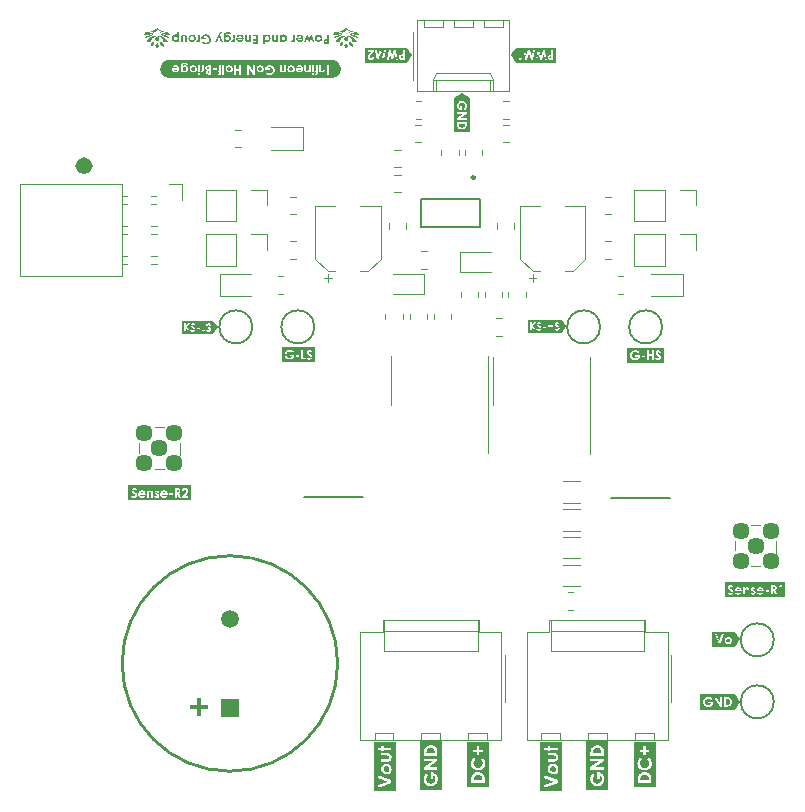
<source format=gbr>
%TF.GenerationSoftware,KiCad,Pcbnew,7.0.9*%
%TF.CreationDate,2024-01-03T10:23:19+05:30*%
%TF.ProjectId,RnD_6th_sem,526e445f-3674-4685-9f73-656d2e6b6963,rev?*%
%TF.SameCoordinates,Original*%
%TF.FileFunction,Legend,Top*%
%TF.FilePolarity,Positive*%
%FSLAX46Y46*%
G04 Gerber Fmt 4.6, Leading zero omitted, Abs format (unit mm)*
G04 Created by KiCad (PCBNEW 7.0.9) date 2024-01-03 10:23:19*
%MOMM*%
%LPD*%
G01*
G04 APERTURE LIST*
%ADD10C,0.120000*%
%ADD11C,0.254000*%
%ADD12C,0.200000*%
%ADD13C,0.250000*%
%ADD14C,0.150000*%
%ADD15C,0.100000*%
%ADD16R,1.500000X1.500000*%
%ADD17C,1.500000*%
%ADD18C,1.446000*%
G04 APERTURE END LIST*
D10*
%TO.C,D5*%
X126210000Y-59270000D02*
X126210000Y-57350000D01*
X126210000Y-57350000D02*
X123525000Y-57350000D01*
X123525000Y-59270000D02*
X126210000Y-59270000D01*
%TO.C,J2*%
X135565000Y-49330000D02*
X135565000Y-53330000D01*
X135855000Y-48300000D02*
X135855000Y-54320000D01*
X135855000Y-54320000D02*
X143695000Y-54320000D01*
X136435000Y-48300000D02*
X136435000Y-48900000D01*
X136435000Y-48900000D02*
X138035000Y-48900000D01*
X137235000Y-53320000D02*
X137485000Y-52790000D01*
X137235000Y-53320000D02*
X142315000Y-53320000D01*
X137235000Y-54320000D02*
X137235000Y-53320000D01*
X137485000Y-52790000D02*
X142065000Y-52790000D01*
X137485000Y-54320000D02*
X137485000Y-53320000D01*
X138035000Y-48900000D02*
X138035000Y-48300000D01*
X138975000Y-48300000D02*
X138975000Y-48900000D01*
X138975000Y-48900000D02*
X140575000Y-48900000D01*
X140575000Y-48900000D02*
X140575000Y-48300000D01*
X141515000Y-48300000D02*
X141515000Y-48900000D01*
X141515000Y-48900000D02*
X143115000Y-48900000D01*
X142065000Y-52790000D02*
X142315000Y-53320000D01*
X142065000Y-54320000D02*
X142065000Y-53320000D01*
X142315000Y-53320000D02*
X142315000Y-54320000D01*
X143115000Y-48900000D02*
X143115000Y-48300000D01*
X143695000Y-48300000D02*
X135855000Y-48300000D01*
X143695000Y-54320000D02*
X143695000Y-48300000D01*
%TO.C,kibuzzard-63FF1A06*%
G36*
X134668812Y-51500373D02*
G01*
X134625946Y-51500373D01*
X134566531Y-51496439D01*
X134529363Y-51484637D01*
X134493551Y-51417355D01*
X134506303Y-51372047D01*
X134541300Y-51345189D01*
X134620520Y-51337050D01*
X134668812Y-51337050D01*
X134668812Y-51500373D01*
G37*
G36*
X131712171Y-50619367D02*
G01*
X132319343Y-50619367D01*
X133496248Y-50619367D01*
X134668812Y-50619367D01*
X134820741Y-50619367D01*
X135052251Y-50619367D01*
X135479340Y-51260000D01*
X135052251Y-51900633D01*
X134820741Y-51900633D01*
X131712171Y-51900633D01*
X131480660Y-51900633D01*
X131480660Y-50850878D01*
X131712171Y-50850878D01*
X131712171Y-50991412D01*
X131996495Y-50991412D01*
X131906965Y-51085825D01*
X131842787Y-51157026D01*
X131793501Y-51221596D01*
X131759106Y-51279534D01*
X131728788Y-51358754D01*
X131718682Y-51432548D01*
X131727025Y-51491759D01*
X131752052Y-51550021D01*
X131790984Y-51601026D01*
X131841039Y-51638465D01*
X131900929Y-51661458D01*
X131969364Y-51669122D01*
X132043128Y-51660893D01*
X132107427Y-51636204D01*
X132162260Y-51595057D01*
X132204673Y-51539561D01*
X132231713Y-51471826D01*
X132243379Y-51391852D01*
X132095248Y-51391852D01*
X132085481Y-51447740D01*
X132060522Y-51490606D01*
X132023896Y-51517872D01*
X131979131Y-51526960D01*
X131900183Y-51496846D01*
X131869526Y-51420610D01*
X131876918Y-51373472D01*
X131899097Y-51321043D01*
X131925474Y-51280378D01*
X131965174Y-51231815D01*
X132018199Y-51175354D01*
X132265083Y-50923586D01*
X132265083Y-50850878D01*
X132319343Y-50850878D01*
X132453908Y-51649046D01*
X132600411Y-51649046D01*
X132787609Y-51092336D01*
X132972094Y-51649046D01*
X133120767Y-51649046D01*
X133316646Y-51649046D01*
X133466405Y-51649046D01*
X133580351Y-51139542D01*
X133724684Y-51649046D01*
X133851110Y-51649046D01*
X133993814Y-51139542D01*
X134108846Y-51649046D01*
X134258604Y-51649046D01*
X134206155Y-51417355D01*
X134346506Y-51417355D01*
X134354849Y-51487418D01*
X134379876Y-51546765D01*
X134419351Y-51593294D01*
X134471033Y-51624900D01*
X134517667Y-51638315D01*
X134580519Y-51646363D01*
X134659588Y-51649046D01*
X134820741Y-51649046D01*
X134820741Y-50850878D01*
X134668812Y-50850878D01*
X134668812Y-51188919D01*
X134570737Y-51192039D01*
X134508744Y-51201399D01*
X134441665Y-51231513D01*
X134390186Y-51278448D01*
X134357426Y-51340848D01*
X134346506Y-51417355D01*
X134206155Y-51417355D01*
X134077918Y-50850878D01*
X133933586Y-50850878D01*
X133789253Y-51366893D01*
X133642208Y-50850878D01*
X133496248Y-50850878D01*
X133316646Y-51649046D01*
X133120767Y-51649046D01*
X133258588Y-50850878D01*
X133110458Y-50850878D01*
X133023099Y-51354955D01*
X132855434Y-50850878D01*
X132721412Y-50850878D01*
X132551577Y-51354955D01*
X132465846Y-50850878D01*
X132319343Y-50850878D01*
X132265083Y-50850878D01*
X131712171Y-50850878D01*
X131480660Y-50850878D01*
X131480660Y-50619367D01*
X131712171Y-50619367D01*
G37*
%TO.C,kibuzzard-640A1BC5*%
G36*
X119001716Y-74310000D02*
G01*
X118629904Y-74867718D01*
X118431466Y-74867718D01*
X118221712Y-74867718D01*
X117961728Y-74867718D01*
X117481757Y-74867718D01*
X116907373Y-74867718D01*
X116653901Y-74867718D01*
X116156722Y-74867718D01*
X115958284Y-74867718D01*
X115958284Y-73967928D01*
X116156722Y-73967928D01*
X116156722Y-74652072D01*
X116288341Y-74652072D01*
X116288341Y-74348370D01*
X116499491Y-74652072D01*
X116653901Y-74652072D01*
X116563138Y-74520917D01*
X116687387Y-74520917D01*
X116729884Y-74587425D01*
X116780172Y-74633469D01*
X116839064Y-74660327D01*
X116907373Y-74669280D01*
X116965768Y-74663183D01*
X117016307Y-74644889D01*
X117058992Y-74614400D01*
X117091290Y-74574557D01*
X117110669Y-74528204D01*
X117117128Y-74475339D01*
X117113000Y-74433772D01*
X117100617Y-74395576D01*
X117078351Y-74358195D01*
X117063445Y-74340928D01*
X117245492Y-74340928D01*
X117245492Y-74459061D01*
X117481757Y-74459061D01*
X117481757Y-74340928D01*
X117245492Y-74340928D01*
X117063445Y-74340928D01*
X117044574Y-74319069D01*
X117014111Y-74291280D01*
X116954347Y-74240469D01*
X116890747Y-74184775D01*
X116859004Y-74152568D01*
X116847377Y-74120012D01*
X116863655Y-74089083D01*
X116905513Y-74075363D01*
X116957603Y-74093036D01*
X117008763Y-74146057D01*
X117105036Y-74060945D01*
X117053004Y-74007925D01*
X117004809Y-73974439D01*
X116987425Y-73967928D01*
X117641747Y-73967928D01*
X117641747Y-74652072D01*
X117961728Y-74652072D01*
X117961728Y-74527894D01*
X117771972Y-74527894D01*
X117771972Y-74520917D01*
X118001725Y-74520917D01*
X118044223Y-74587425D01*
X118094510Y-74633469D01*
X118153402Y-74660327D01*
X118221712Y-74669280D01*
X118280106Y-74663183D01*
X118330646Y-74644889D01*
X118373330Y-74614400D01*
X118405628Y-74574557D01*
X118425007Y-74528204D01*
X118431466Y-74475339D01*
X118427339Y-74433772D01*
X118414956Y-74395576D01*
X118392690Y-74358195D01*
X118358913Y-74319069D01*
X118328450Y-74291280D01*
X118268686Y-74240469D01*
X118205085Y-74184775D01*
X118173343Y-74152568D01*
X118161715Y-74120012D01*
X118177994Y-74089083D01*
X118219851Y-74075363D01*
X118271941Y-74093036D01*
X118323101Y-74146057D01*
X118419374Y-74060945D01*
X118367342Y-74007925D01*
X118319148Y-73974439D01*
X118271651Y-73956649D01*
X118221712Y-73950720D01*
X118148519Y-73963451D01*
X118087999Y-74001647D01*
X118047362Y-74057632D01*
X118033816Y-74123732D01*
X118041955Y-74173090D01*
X118066372Y-74222563D01*
X118096862Y-74260210D01*
X118144921Y-74307106D01*
X118210550Y-74363253D01*
X118258803Y-74404994D01*
X118286359Y-74434411D01*
X118303567Y-74480920D01*
X118280778Y-74526033D01*
X118224502Y-74545567D01*
X118183368Y-74535490D01*
X118145541Y-74505259D01*
X118111021Y-74454875D01*
X118001725Y-74520917D01*
X117771972Y-74520917D01*
X117771972Y-73967928D01*
X117641747Y-73967928D01*
X116987425Y-73967928D01*
X116957312Y-73956649D01*
X116907373Y-73950720D01*
X116834180Y-73963451D01*
X116773661Y-74001647D01*
X116733024Y-74057632D01*
X116719478Y-74123732D01*
X116727617Y-74173090D01*
X116752034Y-74222563D01*
X116782523Y-74260210D01*
X116830582Y-74307106D01*
X116896211Y-74363253D01*
X116944464Y-74404994D01*
X116972021Y-74434411D01*
X116989229Y-74480920D01*
X116966440Y-74526033D01*
X116910164Y-74545567D01*
X116869030Y-74535490D01*
X116831202Y-74505259D01*
X116796683Y-74454875D01*
X116687387Y-74520917D01*
X116563138Y-74520917D01*
X116391591Y-74273026D01*
X116630646Y-73967928D01*
X116473912Y-73967928D01*
X116288341Y-74203262D01*
X116288341Y-73967928D01*
X116156722Y-73967928D01*
X115958284Y-73967928D01*
X115958284Y-73752282D01*
X116156722Y-73752282D01*
X118431466Y-73752282D01*
X118629904Y-73752282D01*
X119001716Y-74310000D01*
G37*
%TO.C,R16*%
X143177936Y-55175000D02*
X143632064Y-55175000D01*
X143177936Y-56645000D02*
X143632064Y-56645000D01*
%TO.C,J6*%
X123185000Y-66430000D02*
X123185000Y-67760000D01*
X121855000Y-66430000D02*
X123185000Y-66430000D01*
X120585000Y-66430000D02*
X117985000Y-66430000D01*
X120585000Y-66430000D02*
X120585000Y-69090000D01*
X117985000Y-66430000D02*
X117985000Y-69090000D01*
X120585000Y-69090000D02*
X117985000Y-69090000D01*
D11*
%TO.C,C10*%
X129155000Y-102760000D02*
G75*
G03*
X129155000Y-102760000I-9125000J0D01*
G01*
D10*
%TO.C,R12*%
X124097936Y-69975000D02*
X124552064Y-69975000D01*
X124097936Y-71445000D02*
X124552064Y-71445000D01*
%TO.C,C16*%
X128340000Y-70435000D02*
X128340000Y-69810000D01*
X128027500Y-70122500D02*
X128652500Y-70122500D01*
X128329437Y-69570000D02*
X128965000Y-69570000D01*
X128329437Y-69570000D02*
X127265000Y-68505563D01*
X131720563Y-69570000D02*
X131085000Y-69570000D01*
X131720563Y-69570000D02*
X132785000Y-68505563D01*
X127265000Y-68505563D02*
X127265000Y-64050000D01*
X132785000Y-68505563D02*
X132785000Y-64050000D01*
X127265000Y-64050000D02*
X128965000Y-64050000D01*
X132785000Y-64050000D02*
X131085000Y-64050000D01*
D12*
%TO.C,IC1*%
X141192500Y-63420000D02*
X141192500Y-65820000D01*
X136192500Y-63420000D02*
X141192500Y-63420000D01*
X136192500Y-63420000D02*
X136192500Y-65820000D01*
X136192500Y-65820000D02*
X141192500Y-65820000D01*
D13*
X140767500Y-61620000D02*
G75*
G03*
X140767500Y-61620000I-125000J0D01*
G01*
%TO.C,kibuzzard-63FF19FC*%
G36*
X147259265Y-51510411D02*
G01*
X147216399Y-51510411D01*
X147156984Y-51506477D01*
X147119816Y-51494676D01*
X147084004Y-51427393D01*
X147096756Y-51382086D01*
X147131753Y-51355227D01*
X147210973Y-51347088D01*
X147259265Y-51347088D01*
X147259265Y-51510411D01*
G37*
G36*
X144469203Y-50629405D02*
G01*
X144909796Y-50629405D01*
X146086701Y-50629405D01*
X147259265Y-50629405D01*
X147411194Y-50629405D01*
X147642704Y-50629405D01*
X147642704Y-51890595D01*
X147411194Y-51890595D01*
X144469203Y-51890595D01*
X144237692Y-51890595D01*
X143817296Y-51260000D01*
X144083352Y-50860916D01*
X144469203Y-50860916D01*
X144469203Y-51659084D01*
X144696553Y-51659084D01*
X144784455Y-51516380D01*
X144620046Y-51516380D01*
X144620046Y-50860916D01*
X144909796Y-50860916D01*
X145044361Y-51659084D01*
X145190864Y-51659084D01*
X145378062Y-51102374D01*
X145562547Y-51659084D01*
X145711220Y-51659084D01*
X145907099Y-51659084D01*
X146056858Y-51659084D01*
X146170804Y-51149580D01*
X146315137Y-51659084D01*
X146441563Y-51659084D01*
X146584267Y-51149580D01*
X146699299Y-51659084D01*
X146849057Y-51659084D01*
X146796608Y-51427393D01*
X146936959Y-51427393D01*
X146945302Y-51497456D01*
X146970329Y-51556804D01*
X147009803Y-51603332D01*
X147061486Y-51634938D01*
X147108120Y-51648353D01*
X147170971Y-51656401D01*
X147250041Y-51659084D01*
X147411194Y-51659084D01*
X147411194Y-50860916D01*
X147259265Y-50860916D01*
X147259265Y-51198957D01*
X147161190Y-51202077D01*
X147099197Y-51211437D01*
X147032118Y-51241552D01*
X146980639Y-51288487D01*
X146947879Y-51350886D01*
X146936959Y-51427393D01*
X146796608Y-51427393D01*
X146668371Y-50860916D01*
X146524039Y-50860916D01*
X146379706Y-51376931D01*
X146232661Y-50860916D01*
X146086701Y-50860916D01*
X145907099Y-51659084D01*
X145711220Y-51659084D01*
X145849041Y-50860916D01*
X145700910Y-50860916D01*
X145613551Y-51364994D01*
X145445887Y-50860916D01*
X145311864Y-50860916D01*
X145142030Y-51364994D01*
X145056299Y-50860916D01*
X144909796Y-50860916D01*
X144620046Y-50860916D01*
X144469203Y-50860916D01*
X144083352Y-50860916D01*
X144237692Y-50629405D01*
X144469203Y-50629405D01*
G37*
D10*
%TO.C,R8*%
X149107064Y-98195000D02*
X148652936Y-98195000D01*
X149107064Y-96725000D02*
X148652936Y-96725000D01*
%TO.C,C1*%
X133963748Y-61375000D02*
X134486252Y-61375000D01*
X133963748Y-62845000D02*
X134486252Y-62845000D01*
%TO.C,C9*%
X149666252Y-89170000D02*
X148243748Y-89170000D01*
X149666252Y-87350000D02*
X148243748Y-87350000D01*
D14*
%TO.C,TP5*%
X151380000Y-74260000D02*
G75*
G03*
X151380000Y-74260000I-1400000J0D01*
G01*
%TO.C,kibuzzard-640A15B0*%
G36*
X151248985Y-109907960D02*
G01*
X151338902Y-109939935D01*
X151407890Y-109988672D01*
X151453624Y-110049618D01*
X151479203Y-110137113D01*
X151487730Y-110265496D01*
X151487730Y-110366265D01*
X150769169Y-110366265D01*
X150769169Y-110292626D01*
X150779160Y-110170067D01*
X150809132Y-110072140D01*
X150859086Y-109998846D01*
X150934792Y-109942432D01*
X151028585Y-109908584D01*
X151140464Y-109897302D01*
X151248985Y-109907960D01*
G37*
G36*
X152059530Y-110842980D02*
G01*
X152059530Y-112524273D01*
X152059530Y-113142065D01*
X152059530Y-113472794D01*
X150200470Y-113472794D01*
X150200470Y-113142065D01*
X150200470Y-112530474D01*
X150531199Y-112530474D01*
X150539168Y-112639987D01*
X150563073Y-112740942D01*
X150602916Y-112833339D01*
X150658695Y-112917179D01*
X150730412Y-112992462D01*
X150817810Y-113057913D01*
X150912571Y-113104664D01*
X151014697Y-113132715D01*
X151124186Y-113142065D01*
X151231760Y-113133065D01*
X151334337Y-113106064D01*
X151431920Y-113061062D01*
X151519726Y-113000601D01*
X151592978Y-112927220D01*
X151651674Y-112840920D01*
X151694522Y-112743898D01*
X151720231Y-112638349D01*
X151728801Y-112524273D01*
X151720963Y-112418423D01*
X151697450Y-112322046D01*
X151658262Y-112235143D01*
X151604174Y-112158059D01*
X151535961Y-112091138D01*
X151453624Y-112034380D01*
X151362501Y-111991317D01*
X151267933Y-111965479D01*
X151169920Y-111956866D01*
X151121861Y-111958416D01*
X151121861Y-112532025D01*
X151325724Y-112532025D01*
X151325724Y-112201812D01*
X151413122Y-112256557D01*
X151473777Y-112326223D01*
X151509240Y-112412168D01*
X151521061Y-112515746D01*
X151508315Y-112624870D01*
X151470074Y-112721763D01*
X151406340Y-112806426D01*
X151324260Y-112871883D01*
X151230984Y-112911157D01*
X151126512Y-112924249D01*
X151025398Y-112911631D01*
X150934965Y-112873778D01*
X150855211Y-112810690D01*
X150793199Y-112728912D01*
X150755992Y-112634990D01*
X150743589Y-112528924D01*
X150753182Y-112435422D01*
X150781959Y-112347927D01*
X150829921Y-112266440D01*
X150897068Y-112190960D01*
X150745915Y-112038256D01*
X150677874Y-112108536D01*
X150624648Y-112179850D01*
X150586235Y-112252197D01*
X150555660Y-112340649D01*
X150537314Y-112433409D01*
X150531199Y-112530474D01*
X150200470Y-112530474D01*
X150200470Y-111756878D01*
X150559880Y-111756878D01*
X151700120Y-111756878D01*
X151700120Y-111539837D01*
X150952104Y-111539837D01*
X151700120Y-111051495D01*
X151700120Y-110842980D01*
X150559880Y-110842980D01*
X150559880Y-111060021D01*
X151310222Y-111060021D01*
X150559880Y-111549139D01*
X150559880Y-111756878D01*
X150200470Y-111756878D01*
X150200470Y-110582531D01*
X150559880Y-110582531D01*
X151700120Y-110582531D01*
X151700120Y-110321307D01*
X151697020Y-110188154D01*
X151687718Y-110084284D01*
X151672215Y-110009698D01*
X151633070Y-109922978D01*
X151571446Y-109842654D01*
X151489184Y-109773860D01*
X151388124Y-109721731D01*
X151272336Y-109688884D01*
X151145891Y-109677935D01*
X151027551Y-109686634D01*
X150919548Y-109712731D01*
X150821879Y-109756225D01*
X150737948Y-109813155D01*
X150671156Y-109879559D01*
X150621504Y-109955438D01*
X150587268Y-110050264D01*
X150566727Y-110173512D01*
X150559880Y-110325182D01*
X150559880Y-110582531D01*
X150200470Y-110582531D01*
X150200470Y-109677935D01*
X150200470Y-109347206D01*
X152059530Y-109347206D01*
X152059530Y-109677935D01*
X152059530Y-110321307D01*
X152059530Y-110842980D01*
G37*
D15*
%TO.C,J9*%
X162800000Y-92380000D02*
X162800000Y-93180000D01*
X164150000Y-91030000D02*
X164150000Y-91030000D01*
X164150000Y-91030000D02*
X164950000Y-91030000D01*
X164150000Y-94530000D02*
X164950000Y-94530000D01*
X166300000Y-92380000D02*
X166300000Y-93380000D01*
X166300000Y-93380000D02*
X166300000Y-93380000D01*
D10*
%TO.C,FB2*%
X125152936Y-63235000D02*
X125607064Y-63235000D01*
X125152936Y-64705000D02*
X125607064Y-64705000D01*
%TO.C,R13*%
X139410000Y-59282936D02*
X139410000Y-59737064D01*
X137940000Y-59282936D02*
X137940000Y-59737064D01*
%TO.C,R1*%
X138765000Y-73182936D02*
X138765000Y-73637064D01*
X137295000Y-73182936D02*
X137295000Y-73637064D01*
%TO.C,G\u002A\u002A\u002A*%
G36*
X129893350Y-49706476D02*
G01*
X129917451Y-49710305D01*
X129925619Y-49712860D01*
X129964458Y-49731908D01*
X129996139Y-49757867D01*
X130020119Y-49789959D01*
X130035854Y-49827402D01*
X130042799Y-49869417D01*
X130043097Y-49881229D01*
X130038194Y-49922013D01*
X130024114Y-49959151D01*
X130001443Y-49991751D01*
X129970765Y-50018920D01*
X129941726Y-50035734D01*
X129903552Y-50048424D01*
X129864116Y-50051677D01*
X129825055Y-50045777D01*
X129788007Y-50031005D01*
X129754609Y-50007645D01*
X129748972Y-50002415D01*
X129723158Y-49971842D01*
X129706376Y-49938287D01*
X129698017Y-49900254D01*
X129696795Y-49874047D01*
X129701893Y-49833327D01*
X129716201Y-49796277D01*
X129739180Y-49763762D01*
X129770292Y-49736647D01*
X129789614Y-49724911D01*
X129808671Y-49715593D01*
X129825258Y-49710112D01*
X129843946Y-49707290D01*
X129862248Y-49706204D01*
X129893350Y-49706476D01*
G37*
G36*
X129873793Y-50216217D02*
G01*
X129881739Y-50226314D01*
X129892013Y-50240526D01*
X129892550Y-50241295D01*
X129902952Y-50254590D01*
X129918971Y-50273064D01*
X129938917Y-50294858D01*
X129961099Y-50318114D01*
X129977748Y-50334962D01*
X130042788Y-50399709D01*
X130021824Y-50449079D01*
X130000283Y-50495178D01*
X129973788Y-50544563D01*
X129944274Y-50593999D01*
X129913674Y-50640250D01*
X129883925Y-50680079D01*
X129883196Y-50680981D01*
X129870908Y-50696140D01*
X129860282Y-50683517D01*
X129836869Y-50653206D01*
X129811453Y-50616040D01*
X129785604Y-50574657D01*
X129760893Y-50531697D01*
X129738887Y-50489798D01*
X129721159Y-50451598D01*
X129718487Y-50445181D01*
X129699231Y-50397939D01*
X129763093Y-50334077D01*
X129785647Y-50311016D01*
X129807225Y-50288037D01*
X129826115Y-50267028D01*
X129840605Y-50249880D01*
X129847138Y-50241295D01*
X129857493Y-50226938D01*
X129865602Y-50216588D01*
X129869781Y-50212385D01*
X129869856Y-50212375D01*
X129873793Y-50216217D01*
G37*
G36*
X129966279Y-49246542D02*
G01*
X129975787Y-49255662D01*
X129989172Y-49268968D01*
X129999325Y-49279259D01*
X130071920Y-49346267D01*
X130151491Y-49406621D01*
X130236967Y-49459840D01*
X130327277Y-49505447D01*
X130421352Y-49542961D01*
X130518118Y-49571903D01*
X130616507Y-49591795D01*
X130715446Y-49602157D01*
X130721719Y-49602482D01*
X130789975Y-49605798D01*
X130864892Y-49708503D01*
X130885255Y-49736517D01*
X130903367Y-49761620D01*
X130918449Y-49782721D01*
X130929725Y-49798726D01*
X130936419Y-49808543D01*
X130937941Y-49811209D01*
X130928661Y-49810076D01*
X130911629Y-49806980D01*
X130888944Y-49802372D01*
X130862705Y-49796705D01*
X130835013Y-49790432D01*
X130807966Y-49784005D01*
X130785331Y-49778313D01*
X130672304Y-49744842D01*
X130563473Y-49704559D01*
X130459583Y-49657899D01*
X130361382Y-49605297D01*
X130269616Y-49547188D01*
X130185030Y-49484007D01*
X130108373Y-49416188D01*
X130040642Y-49344462D01*
X130020779Y-49320947D01*
X130002316Y-49298434D01*
X129986226Y-49278182D01*
X129973485Y-49261449D01*
X129965065Y-49249493D01*
X129961940Y-49243573D01*
X129962239Y-49243158D01*
X129966279Y-49246542D01*
G37*
G36*
X129767619Y-49258617D02*
G01*
X129762995Y-49265419D01*
X129753118Y-49278611D01*
X129738405Y-49297159D01*
X129720699Y-49318785D01*
X129701846Y-49341211D01*
X129698201Y-49345473D01*
X129631735Y-49415808D01*
X129556524Y-49482357D01*
X129473413Y-49544632D01*
X129383249Y-49602145D01*
X129286880Y-49654410D01*
X129185152Y-49700938D01*
X129078911Y-49741242D01*
X128969005Y-49774834D01*
X128939165Y-49782601D01*
X128918996Y-49787443D01*
X128895230Y-49792819D01*
X128870130Y-49798256D01*
X128845959Y-49803285D01*
X128824977Y-49807433D01*
X128809448Y-49810231D01*
X128801771Y-49811209D01*
X128804112Y-49807301D01*
X128811675Y-49796307D01*
X128823683Y-49779318D01*
X128839359Y-49757428D01*
X128857927Y-49731729D01*
X128874820Y-49708503D01*
X128949737Y-49605798D01*
X129017993Y-49602482D01*
X129120549Y-49592470D01*
X129221403Y-49572641D01*
X129319943Y-49543263D01*
X129415558Y-49504605D01*
X129507637Y-49456934D01*
X129595569Y-49400518D01*
X129678742Y-49335625D01*
X129727491Y-49291405D01*
X129747467Y-49272366D01*
X129760853Y-49260017D01*
X129768264Y-49253910D01*
X129770314Y-49253593D01*
X129767619Y-49258617D01*
G37*
G36*
X130196993Y-50154103D02*
G01*
X130253587Y-50170442D01*
X130308283Y-50182590D01*
X130357903Y-50189849D01*
X130360563Y-50190106D01*
X130377898Y-50191977D01*
X130387806Y-50194533D01*
X130392969Y-50199339D01*
X130396064Y-50207960D01*
X130396946Y-50211354D01*
X130404726Y-50247215D01*
X130411360Y-50288461D01*
X130416672Y-50332755D01*
X130420484Y-50377758D01*
X130422621Y-50421132D01*
X130422906Y-50460540D01*
X130421162Y-50493643D01*
X130419357Y-50507811D01*
X130416614Y-50520309D01*
X130412363Y-50525180D01*
X130404081Y-50524892D01*
X130402242Y-50524537D01*
X130387016Y-50520246D01*
X130364835Y-50512374D01*
X130337852Y-50501800D01*
X130308222Y-50489408D01*
X130278099Y-50476076D01*
X130249636Y-50462688D01*
X130242640Y-50459240D01*
X130218094Y-50446453D01*
X130192717Y-50432285D01*
X130168082Y-50417726D01*
X130145763Y-50403767D01*
X130127334Y-50391399D01*
X130114367Y-50381613D01*
X130108438Y-50375398D01*
X130108235Y-50374625D01*
X130109367Y-50367924D01*
X130112425Y-50353684D01*
X130116898Y-50334215D01*
X130120654Y-50318471D01*
X130131012Y-50267448D01*
X130139504Y-50208071D01*
X130144990Y-50153268D01*
X130146274Y-50137759D01*
X130196993Y-50154103D01*
G37*
G36*
X129763959Y-49214124D02*
G01*
X129757344Y-49220744D01*
X129744676Y-49232037D01*
X129727843Y-49246360D01*
X129710704Y-49260475D01*
X129622572Y-49325440D01*
X129527920Y-49382689D01*
X129426857Y-49432180D01*
X129319494Y-49473875D01*
X129205941Y-49507731D01*
X129086309Y-49533709D01*
X128960708Y-49551769D01*
X128899121Y-49557552D01*
X128869456Y-49559508D01*
X128837523Y-49560981D01*
X128805060Y-49561960D01*
X128773805Y-49562434D01*
X128745495Y-49562392D01*
X128721867Y-49561825D01*
X128704660Y-49560720D01*
X128695612Y-49559068D01*
X128695114Y-49558805D01*
X128696553Y-49554096D01*
X128703669Y-49543178D01*
X128715350Y-49527381D01*
X128730483Y-49508031D01*
X128747954Y-49486458D01*
X128766651Y-49463988D01*
X128785461Y-49441950D01*
X128803272Y-49421672D01*
X128818969Y-49404483D01*
X128831442Y-49391708D01*
X128839576Y-49384678D01*
X128841816Y-49383744D01*
X128938498Y-49398739D01*
X129029656Y-49407004D01*
X129117404Y-49408485D01*
X129203856Y-49403126D01*
X129291125Y-49390873D01*
X129381326Y-49371672D01*
X129389642Y-49369606D01*
X129462931Y-49348571D01*
X129537637Y-49322248D01*
X129611026Y-49291790D01*
X129680363Y-49258353D01*
X129742913Y-49223091D01*
X129755739Y-49215045D01*
X129765177Y-49209299D01*
X129767417Y-49209180D01*
X129763959Y-49214124D01*
G37*
G36*
X129976421Y-49210567D02*
G01*
X129988289Y-49217208D01*
X130004978Y-49226937D01*
X130019477Y-49235586D01*
X130095245Y-49276633D01*
X130178534Y-49313431D01*
X130267373Y-49345308D01*
X130359789Y-49371590D01*
X130453811Y-49391603D01*
X130496234Y-49398401D01*
X130547050Y-49403857D01*
X130603631Y-49406777D01*
X130663386Y-49407247D01*
X130723724Y-49405350D01*
X130782053Y-49401172D01*
X130835782Y-49394797D01*
X130882320Y-49386309D01*
X130884859Y-49385727D01*
X130903237Y-49381457D01*
X130976634Y-49468268D01*
X131001459Y-49498077D01*
X131021066Y-49522566D01*
X131035052Y-49541200D01*
X131043014Y-49553439D01*
X131044551Y-49558748D01*
X131044478Y-49558805D01*
X131036670Y-49560552D01*
X131020445Y-49561733D01*
X130997510Y-49562362D01*
X130969577Y-49562451D01*
X130938354Y-49562011D01*
X130905551Y-49561054D01*
X130872878Y-49559593D01*
X130842043Y-49557639D01*
X130838332Y-49557355D01*
X130713459Y-49543482D01*
X130593606Y-49521845D01*
X130479155Y-49492577D01*
X130370489Y-49455812D01*
X130267994Y-49411681D01*
X130172052Y-49360320D01*
X130083048Y-49301861D01*
X130065150Y-49288602D01*
X130044978Y-49272997D01*
X130024770Y-49256769D01*
X130005928Y-49241120D01*
X129989854Y-49227252D01*
X129977948Y-49216368D01*
X129971613Y-49209668D01*
X129971294Y-49208110D01*
X129976421Y-49210567D01*
G37*
G36*
X129593093Y-50140615D02*
G01*
X129596197Y-50153088D01*
X129598134Y-50169767D01*
X129602026Y-50206291D01*
X129607336Y-50245061D01*
X129613551Y-50282924D01*
X129620156Y-50316732D01*
X129626180Y-50341705D01*
X129630794Y-50358869D01*
X129633929Y-50371551D01*
X129634967Y-50377240D01*
X129634932Y-50377327D01*
X129630573Y-50380220D01*
X129619525Y-50387441D01*
X129603612Y-50397802D01*
X129590064Y-50406603D01*
X129564797Y-50422064D01*
X129535704Y-50438316D01*
X129504127Y-50454764D01*
X129471408Y-50470815D01*
X129438889Y-50485875D01*
X129407913Y-50499350D01*
X129379822Y-50510646D01*
X129355957Y-50519170D01*
X129337662Y-50524327D01*
X129326278Y-50525524D01*
X129323629Y-50524484D01*
X129322395Y-50518353D01*
X129321385Y-50503720D01*
X129320653Y-50482221D01*
X129320254Y-50455498D01*
X129320242Y-50425188D01*
X129320255Y-50423201D01*
X129321183Y-50384053D01*
X129323284Y-50344920D01*
X129326371Y-50307353D01*
X129330254Y-50272903D01*
X129334744Y-50243124D01*
X129339652Y-50219566D01*
X129344791Y-50203782D01*
X129347528Y-50199117D01*
X129355011Y-50195346D01*
X129369183Y-50191850D01*
X129382649Y-50189897D01*
X129417938Y-50184782D01*
X129458524Y-50176605D01*
X129500909Y-50166250D01*
X129541597Y-50154599D01*
X129577090Y-50142537D01*
X129589201Y-50137731D01*
X129593093Y-50140615D01*
G37*
G36*
X130213913Y-49644451D02*
G01*
X130257910Y-49654994D01*
X130306375Y-49672309D01*
X130357239Y-49695413D01*
X130408432Y-49723322D01*
X130457884Y-49755052D01*
X130479291Y-49770521D01*
X130516873Y-49801077D01*
X130556711Y-49837527D01*
X130596222Y-49877245D01*
X130632822Y-49917604D01*
X130663926Y-49955981D01*
X130670202Y-49964488D01*
X130687441Y-49989145D01*
X130704365Y-50014727D01*
X130720108Y-50039766D01*
X130733806Y-50062792D01*
X130744594Y-50082338D01*
X130751605Y-50096935D01*
X130753976Y-50105114D01*
X130753635Y-50106115D01*
X130746398Y-50109233D01*
X130730955Y-50113357D01*
X130709152Y-50118149D01*
X130682837Y-50123272D01*
X130653858Y-50128390D01*
X130624061Y-50133165D01*
X130595295Y-50137261D01*
X130569407Y-50140340D01*
X130562168Y-50141044D01*
X130534447Y-50143157D01*
X130506723Y-50144593D01*
X130482613Y-50145197D01*
X130468534Y-50144988D01*
X130435763Y-50143418D01*
X130421574Y-50102842D01*
X130396136Y-50038761D01*
X130365964Y-49977625D01*
X130332022Y-49920925D01*
X130295275Y-49870149D01*
X130256686Y-49826786D01*
X130223783Y-49797359D01*
X130190236Y-49772371D01*
X130158002Y-49751855D01*
X130125053Y-49734975D01*
X130089363Y-49720892D01*
X130048907Y-49708767D01*
X130001659Y-49697761D01*
X129966222Y-49690788D01*
X129943398Y-49686533D01*
X129986174Y-49669834D01*
X130048797Y-49650461D01*
X130112669Y-49640475D01*
X130176322Y-49640040D01*
X130213913Y-49644451D01*
G37*
G36*
X129639754Y-49641130D02*
G01*
X129675076Y-49645532D01*
X129677124Y-49645950D01*
X129697891Y-49651243D01*
X129723193Y-49659026D01*
X129748239Y-49667802D01*
X129753203Y-49669704D01*
X129796314Y-49686533D01*
X129773490Y-49690875D01*
X129715308Y-49703297D01*
X129665377Y-49717133D01*
X129621824Y-49733157D01*
X129582779Y-49752139D01*
X129546367Y-49774854D01*
X129517587Y-49796465D01*
X129469361Y-49841348D01*
X129424922Y-49895160D01*
X129384690Y-49957259D01*
X129349089Y-50027004D01*
X129322467Y-50092699D01*
X129304116Y-50143418D01*
X129271261Y-50144988D01*
X129252509Y-50145146D01*
X129227296Y-50144352D01*
X129199247Y-50142759D01*
X129177544Y-50141044D01*
X129153006Y-50138360D01*
X129124992Y-50134554D01*
X129095351Y-50129963D01*
X129065931Y-50124923D01*
X129038580Y-50119772D01*
X129015146Y-50114846D01*
X128997478Y-50110482D01*
X128987424Y-50107018D01*
X128986115Y-50106153D01*
X128987033Y-50100442D01*
X128992755Y-50087899D01*
X129002359Y-50070066D01*
X129014921Y-50048482D01*
X129029518Y-50024689D01*
X129045227Y-50000226D01*
X129061125Y-49976635D01*
X129076289Y-49955457D01*
X129076852Y-49954702D01*
X129107402Y-49916922D01*
X129143907Y-49876763D01*
X129183588Y-49837011D01*
X129223668Y-49800450D01*
X129260635Y-49770417D01*
X129302153Y-49741580D01*
X129347468Y-49714259D01*
X129393824Y-49689906D01*
X129438466Y-49669975D01*
X129476805Y-49656452D01*
X129513735Y-49648052D01*
X129555555Y-49642575D01*
X129598737Y-49640206D01*
X129639754Y-49641130D01*
G37*
G36*
X129894209Y-48927165D02*
G01*
X129904792Y-48935680D01*
X129918480Y-48947668D01*
X129920575Y-48949573D01*
X129989210Y-49007143D01*
X130065836Y-49062239D01*
X130148386Y-49113711D01*
X130234792Y-49160406D01*
X130322988Y-49201173D01*
X130410906Y-49234860D01*
X130461282Y-49250796D01*
X130511441Y-49263873D01*
X130567216Y-49275924D01*
X130624080Y-49286072D01*
X130677507Y-49293440D01*
X130686115Y-49294373D01*
X130711653Y-49296239D01*
X130743524Y-49297385D01*
X130779643Y-49297852D01*
X130817926Y-49297680D01*
X130856288Y-49296908D01*
X130892645Y-49295578D01*
X130924912Y-49293729D01*
X130951005Y-49291403D01*
X130967492Y-49288932D01*
X130984797Y-49285722D01*
X130992543Y-49285259D01*
X130990901Y-49287421D01*
X130980040Y-49292084D01*
X130960132Y-49299127D01*
X130947505Y-49303287D01*
X130907714Y-49315514D01*
X130871547Y-49324976D01*
X130836706Y-49331987D01*
X130800893Y-49336861D01*
X130761810Y-49339913D01*
X130717158Y-49341458D01*
X130666142Y-49341814D01*
X130618137Y-49341429D01*
X130577719Y-49340289D01*
X130542339Y-49338095D01*
X130509451Y-49334551D01*
X130476506Y-49329358D01*
X130440958Y-49322218D01*
X130400260Y-49312835D01*
X130383632Y-49308795D01*
X130287250Y-49281382D01*
X130188632Y-49246173D01*
X130090414Y-49204272D01*
X129995233Y-49156778D01*
X129927270Y-49118057D01*
X129910053Y-49107969D01*
X129896033Y-49100320D01*
X129887537Y-49096359D01*
X129886339Y-49096073D01*
X129880391Y-49098703D01*
X129868128Y-49105766D01*
X129851643Y-49116023D01*
X129841347Y-49122701D01*
X129759954Y-49171713D01*
X129671583Y-49216683D01*
X129578656Y-49256653D01*
X129483594Y-49290670D01*
X129388816Y-49317778D01*
X129299269Y-49336597D01*
X129209489Y-49347935D01*
X129118789Y-49351997D01*
X129028925Y-49348904D01*
X128941658Y-49338778D01*
X128858744Y-49321740D01*
X128792080Y-49301587D01*
X128772898Y-49294618D01*
X128759371Y-49289341D01*
X128752864Y-49286316D01*
X128754041Y-49285964D01*
X128789561Y-49290953D01*
X128832833Y-49294598D01*
X128881553Y-49296897D01*
X128933420Y-49297847D01*
X128986131Y-49297443D01*
X129037382Y-49295682D01*
X129084871Y-49292562D01*
X129126295Y-49288079D01*
X129136969Y-49286504D01*
X129252439Y-49263389D01*
X129363952Y-49231255D01*
X129471896Y-49189926D01*
X129576660Y-49139224D01*
X129678634Y-49078974D01*
X129778206Y-49008999D01*
X129818032Y-48977777D01*
X129840326Y-48959954D01*
X129859935Y-48944628D01*
X129875491Y-48932840D01*
X129885625Y-48925632D01*
X129888873Y-48923859D01*
X129894209Y-48927165D01*
G37*
%TO.C,R3*%
X141077500Y-71282936D02*
X141077500Y-71737064D01*
X139607500Y-71282936D02*
X139607500Y-71737064D01*
%TO.C,C8*%
X149666252Y-91520000D02*
X148243748Y-91520000D01*
X149666252Y-89700000D02*
X148243748Y-89700000D01*
%TO.C,D6*%
X158357500Y-71670000D02*
X158357500Y-69750000D01*
X158357500Y-69750000D02*
X155672500Y-69750000D01*
X155672500Y-71670000D02*
X158357500Y-71670000D01*
D14*
%TO.C,TP4*%
X166080000Y-100760000D02*
G75*
G03*
X166080000Y-100760000I-1400000J0D01*
G01*
D10*
%TO.C,R10*%
X120952064Y-59045000D02*
X120497936Y-59045000D01*
X120952064Y-57575000D02*
X120497936Y-57575000D01*
%TO.C,Q1*%
X150530000Y-85000000D02*
X150530000Y-76780000D01*
X142310000Y-80890000D02*
X142310000Y-76790000D01*
%TO.C,R2*%
X143077500Y-71282936D02*
X143077500Y-71737064D01*
X141607500Y-71282936D02*
X141607500Y-71737064D01*
%TO.C,kibuzzard-640A1BB7*%
G36*
X148516128Y-74210000D02*
G01*
X148144316Y-74767718D01*
X147945878Y-74767718D01*
X147736123Y-74767718D01*
X147419399Y-74767718D01*
X146767345Y-74767718D01*
X146192962Y-74767718D01*
X145939489Y-74767718D01*
X145442310Y-74767718D01*
X145243872Y-74767718D01*
X145243872Y-73867928D01*
X145442310Y-73867928D01*
X145442310Y-74552072D01*
X145573930Y-74552072D01*
X145573930Y-74248370D01*
X145785080Y-74552072D01*
X145939489Y-74552072D01*
X145848726Y-74420917D01*
X145972975Y-74420917D01*
X146015473Y-74487425D01*
X146065760Y-74533469D01*
X146124652Y-74560327D01*
X146192962Y-74569280D01*
X146251356Y-74563183D01*
X146301896Y-74544889D01*
X146344580Y-74514400D01*
X146376878Y-74474557D01*
X146396257Y-74428204D01*
X146402716Y-74375339D01*
X146398589Y-74333772D01*
X146386206Y-74295576D01*
X146363940Y-74258195D01*
X146349034Y-74240928D01*
X146531081Y-74240928D01*
X146531081Y-74359061D01*
X146767345Y-74359061D01*
X146767345Y-74240928D01*
X146531081Y-74240928D01*
X146349034Y-74240928D01*
X146330163Y-74219069D01*
X146299700Y-74191280D01*
X146239936Y-74140469D01*
X146176335Y-74084775D01*
X146144593Y-74052568D01*
X146132965Y-74020012D01*
X146149244Y-73989083D01*
X146191101Y-73975363D01*
X146243191Y-73993036D01*
X146294351Y-74046057D01*
X146390624Y-73960945D01*
X146338592Y-73907925D01*
X146290398Y-73874439D01*
X146273014Y-73867928D01*
X146926871Y-73867928D01*
X146926871Y-74552072D01*
X147058955Y-74552072D01*
X147058955Y-74252090D01*
X147287779Y-74252090D01*
X147287779Y-74552072D01*
X147419399Y-74552072D01*
X147419399Y-74420917D01*
X147516137Y-74420917D01*
X147558634Y-74487425D01*
X147608922Y-74533469D01*
X147667814Y-74560327D01*
X147736123Y-74569280D01*
X147794518Y-74563183D01*
X147845057Y-74544889D01*
X147887742Y-74514400D01*
X147920040Y-74474557D01*
X147939419Y-74428204D01*
X147945878Y-74375339D01*
X147941750Y-74333772D01*
X147929367Y-74295576D01*
X147907101Y-74258195D01*
X147873324Y-74219069D01*
X147842861Y-74191280D01*
X147783097Y-74140469D01*
X147719497Y-74084775D01*
X147687754Y-74052568D01*
X147676127Y-74020012D01*
X147692405Y-73989083D01*
X147734263Y-73975363D01*
X147786353Y-73993036D01*
X147837513Y-74046057D01*
X147933786Y-73960945D01*
X147881754Y-73907925D01*
X147833559Y-73874439D01*
X147786062Y-73856649D01*
X147736123Y-73850720D01*
X147662930Y-73863451D01*
X147602411Y-73901647D01*
X147561774Y-73957632D01*
X147548228Y-74023732D01*
X147556367Y-74073090D01*
X147580784Y-74122563D01*
X147611273Y-74160210D01*
X147659332Y-74207106D01*
X147724961Y-74263253D01*
X147773214Y-74304994D01*
X147800771Y-74334411D01*
X147817979Y-74380920D01*
X147795190Y-74426033D01*
X147738914Y-74445567D01*
X147697780Y-74435490D01*
X147659952Y-74405259D01*
X147625433Y-74354875D01*
X147516137Y-74420917D01*
X147419399Y-74420917D01*
X147419399Y-73867928D01*
X147287779Y-73867928D01*
X147287779Y-74126052D01*
X147058955Y-74126052D01*
X147058955Y-73867928D01*
X146926871Y-73867928D01*
X146273014Y-73867928D01*
X146242901Y-73856649D01*
X146192962Y-73850720D01*
X146119769Y-73863451D01*
X146059249Y-73901647D01*
X146018612Y-73957632D01*
X146005066Y-74023732D01*
X146013205Y-74073090D01*
X146037622Y-74122563D01*
X146068112Y-74160210D01*
X146116171Y-74207106D01*
X146181800Y-74263253D01*
X146230053Y-74304994D01*
X146257609Y-74334411D01*
X146274817Y-74380920D01*
X146252028Y-74426033D01*
X146195752Y-74445567D01*
X146154618Y-74435490D01*
X146116791Y-74405259D01*
X146082271Y-74354875D01*
X145972975Y-74420917D01*
X145848726Y-74420917D01*
X145677179Y-74173026D01*
X145916235Y-73867928D01*
X145759500Y-73867928D01*
X145573930Y-74103262D01*
X145573930Y-73867928D01*
X145442310Y-73867928D01*
X145243872Y-73867928D01*
X145243872Y-73652282D01*
X145442310Y-73652282D01*
X147945878Y-73652282D01*
X148144316Y-73652282D01*
X148516128Y-74210000D01*
G37*
%TO.C,J7*%
X123185000Y-62640000D02*
X123185000Y-63970000D01*
X121855000Y-62640000D02*
X123185000Y-62640000D01*
X120585000Y-62640000D02*
X117985000Y-62640000D01*
X120585000Y-62640000D02*
X120585000Y-65300000D01*
X117985000Y-62640000D02*
X117985000Y-65300000D01*
X120585000Y-65300000D02*
X117985000Y-65300000D01*
%TO.C,R5*%
X145077500Y-71282936D02*
X145077500Y-71737064D01*
X143607500Y-71282936D02*
X143607500Y-71737064D01*
%TO.C,C14*%
X143686252Y-58645000D02*
X143163748Y-58645000D01*
X143686252Y-57175000D02*
X143163748Y-57175000D01*
%TO.C,FB1*%
X151802936Y-63235000D02*
X152257064Y-63235000D01*
X151802936Y-64705000D02*
X152257064Y-64705000D01*
%TO.C,FB4*%
X151802936Y-67025000D02*
X152257064Y-67025000D01*
X151802936Y-68495000D02*
X152257064Y-68495000D01*
%TO.C,R4*%
X136715000Y-73182936D02*
X136715000Y-73637064D01*
X135245000Y-73182936D02*
X135245000Y-73637064D01*
%TO.C,R11*%
X153339564Y-71445000D02*
X152885436Y-71445000D01*
X153339564Y-69975000D02*
X152885436Y-69975000D01*
%TO.C,kibuzzard-640A15B9*%
G36*
X137148985Y-109907960D02*
G01*
X137238902Y-109939935D01*
X137307890Y-109988672D01*
X137353624Y-110049618D01*
X137379203Y-110137113D01*
X137387730Y-110265496D01*
X137387730Y-110366265D01*
X136669169Y-110366265D01*
X136669169Y-110292626D01*
X136679160Y-110170067D01*
X136709132Y-110072140D01*
X136759086Y-109998846D01*
X136834792Y-109942432D01*
X136928585Y-109908584D01*
X137040464Y-109897302D01*
X137148985Y-109907960D01*
G37*
G36*
X137959530Y-110842980D02*
G01*
X137959530Y-112524273D01*
X137959530Y-113142065D01*
X137959530Y-113472794D01*
X136100470Y-113472794D01*
X136100470Y-113142065D01*
X136100470Y-112530474D01*
X136431199Y-112530474D01*
X136439168Y-112639987D01*
X136463073Y-112740942D01*
X136502916Y-112833339D01*
X136558695Y-112917179D01*
X136630412Y-112992462D01*
X136717810Y-113057913D01*
X136812571Y-113104664D01*
X136914697Y-113132715D01*
X137024186Y-113142065D01*
X137131760Y-113133065D01*
X137234337Y-113106064D01*
X137331920Y-113061062D01*
X137419726Y-113000601D01*
X137492978Y-112927220D01*
X137551674Y-112840920D01*
X137594522Y-112743898D01*
X137620231Y-112638349D01*
X137628801Y-112524273D01*
X137620963Y-112418423D01*
X137597450Y-112322046D01*
X137558262Y-112235143D01*
X137504174Y-112158059D01*
X137435961Y-112091138D01*
X137353624Y-112034380D01*
X137262501Y-111991317D01*
X137167933Y-111965479D01*
X137069920Y-111956866D01*
X137021861Y-111958416D01*
X137021861Y-112532025D01*
X137225724Y-112532025D01*
X137225724Y-112201812D01*
X137313122Y-112256557D01*
X137373777Y-112326223D01*
X137409240Y-112412168D01*
X137421061Y-112515746D01*
X137408315Y-112624870D01*
X137370074Y-112721763D01*
X137306340Y-112806426D01*
X137224260Y-112871883D01*
X137130984Y-112911157D01*
X137026512Y-112924249D01*
X136925398Y-112911631D01*
X136834965Y-112873778D01*
X136755211Y-112810690D01*
X136693199Y-112728912D01*
X136655992Y-112634990D01*
X136643589Y-112528924D01*
X136653182Y-112435422D01*
X136681959Y-112347927D01*
X136729921Y-112266440D01*
X136797068Y-112190960D01*
X136645915Y-112038256D01*
X136577874Y-112108536D01*
X136524648Y-112179850D01*
X136486235Y-112252197D01*
X136455660Y-112340649D01*
X136437314Y-112433409D01*
X136431199Y-112530474D01*
X136100470Y-112530474D01*
X136100470Y-111756878D01*
X136459880Y-111756878D01*
X137600120Y-111756878D01*
X137600120Y-111539837D01*
X136852104Y-111539837D01*
X137600120Y-111051495D01*
X137600120Y-110842980D01*
X136459880Y-110842980D01*
X136459880Y-111060021D01*
X137210222Y-111060021D01*
X136459880Y-111549139D01*
X136459880Y-111756878D01*
X136100470Y-111756878D01*
X136100470Y-110582531D01*
X136459880Y-110582531D01*
X137600120Y-110582531D01*
X137600120Y-110321307D01*
X137597020Y-110188154D01*
X137587718Y-110084284D01*
X137572215Y-110009698D01*
X137533070Y-109922978D01*
X137471446Y-109842654D01*
X137389184Y-109773860D01*
X137288124Y-109721731D01*
X137172336Y-109688884D01*
X137045891Y-109677935D01*
X136927551Y-109686634D01*
X136819548Y-109712731D01*
X136721879Y-109756225D01*
X136637948Y-109813155D01*
X136571156Y-109879559D01*
X136521504Y-109955438D01*
X136487268Y-110050264D01*
X136466727Y-110173512D01*
X136459880Y-110325182D01*
X136459880Y-110582531D01*
X136100470Y-110582531D01*
X136100470Y-109677935D01*
X136100470Y-109347206D01*
X137959530Y-109347206D01*
X137959530Y-109677935D01*
X137959530Y-110321307D01*
X137959530Y-110842980D01*
G37*
%TO.C,C13*%
X135693748Y-57175000D02*
X136216252Y-57175000D01*
X135693748Y-58645000D02*
X136216252Y-58645000D01*
%TO.C,kibuzzard-63FF1A39*%
G36*
X112637830Y-88236613D02*
G01*
X112684426Y-88259809D01*
X112720442Y-88295350D01*
X112742213Y-88340114D01*
X112421535Y-88340114D01*
X112447580Y-88293586D01*
X112475796Y-88263607D01*
X112526258Y-88237563D01*
X112584316Y-88228881D01*
X112637830Y-88236613D01*
G37*
G36*
X114504926Y-88236613D02*
G01*
X114551522Y-88259809D01*
X114587537Y-88295350D01*
X114609309Y-88340114D01*
X114288631Y-88340114D01*
X114314676Y-88293586D01*
X114342891Y-88263607D01*
X114393353Y-88237563D01*
X114451411Y-88228881D01*
X114504926Y-88236613D01*
G37*
G36*
X115648393Y-88067999D02*
G01*
X115684747Y-88095672D01*
X115698312Y-88140979D01*
X115670911Y-88203921D01*
X115632182Y-88218165D01*
X115570800Y-88222912D01*
X115523051Y-88222912D01*
X115523051Y-88059589D01*
X115564832Y-88059589D01*
X115648393Y-88067999D01*
G37*
G36*
X116722565Y-88960671D02*
G01*
X116491054Y-88960671D01*
X115882797Y-88960671D01*
X115174158Y-88960671D01*
X114452497Y-88960671D01*
X113837185Y-88960671D01*
X113534413Y-88960671D01*
X112585401Y-88960671D01*
X111925597Y-88960671D01*
X111668946Y-88960671D01*
X111437435Y-88960671D01*
X111437435Y-88556070D01*
X111668946Y-88556070D01*
X111718526Y-88633662D01*
X111777195Y-88687380D01*
X111845902Y-88718715D01*
X111925597Y-88729160D01*
X111993723Y-88722046D01*
X112052686Y-88700704D01*
X112102485Y-88665133D01*
X112140166Y-88618650D01*
X112162774Y-88564571D01*
X112170310Y-88502895D01*
X112165495Y-88454400D01*
X112153423Y-88417164D01*
X112271777Y-88417164D01*
X112281484Y-88500152D01*
X112310603Y-88573313D01*
X112359136Y-88636647D01*
X112423103Y-88685330D01*
X112498525Y-88714540D01*
X112585401Y-88724277D01*
X112668826Y-88716341D01*
X112690536Y-88709084D01*
X113010802Y-88709084D01*
X113158390Y-88709084D01*
X113158390Y-88471967D01*
X113160017Y-88395867D01*
X113164901Y-88352052D01*
X113182332Y-88304642D01*
X113209666Y-88268762D01*
X113286986Y-88238648D01*
X113345316Y-88256825D01*
X113378415Y-88309729D01*
X113385537Y-88362225D01*
X113387910Y-88450263D01*
X113387910Y-88709084D01*
X113534413Y-88709084D01*
X113534413Y-88623353D01*
X113630996Y-88623353D01*
X113688151Y-88679422D01*
X113756880Y-88713063D01*
X113837185Y-88724277D01*
X113924477Y-88711119D01*
X113992098Y-88671645D01*
X114035439Y-88612501D01*
X114049886Y-88540335D01*
X114041882Y-88484989D01*
X114017872Y-88437240D01*
X113996920Y-88417164D01*
X114138872Y-88417164D01*
X114148579Y-88500152D01*
X114177699Y-88573313D01*
X114226231Y-88636647D01*
X114290198Y-88685330D01*
X114365620Y-88714540D01*
X114452497Y-88724277D01*
X114535922Y-88716341D01*
X114607138Y-88692535D01*
X114667639Y-88652179D01*
X114718914Y-88594595D01*
X114594116Y-88535994D01*
X114528597Y-88579538D01*
X114451411Y-88594052D01*
X114388130Y-88584760D01*
X114337194Y-88556884D01*
X114301043Y-88513272D01*
X114282119Y-88456774D01*
X114757982Y-88456774D01*
X114758524Y-88428559D01*
X114749757Y-88346083D01*
X114898516Y-88346083D01*
X114898516Y-88483904D01*
X115174158Y-88483904D01*
X115174158Y-88346083D01*
X114898516Y-88346083D01*
X114749757Y-88346083D01*
X114748818Y-88337251D01*
X114719698Y-88258664D01*
X114671165Y-88192798D01*
X114607138Y-88143210D01*
X114531536Y-88113457D01*
X114444358Y-88103540D01*
X114361731Y-88113457D01*
X114288932Y-88143210D01*
X114225960Y-88192798D01*
X114177578Y-88257398D01*
X114148549Y-88332186D01*
X114138872Y-88417164D01*
X113996920Y-88417164D01*
X113972429Y-88393696D01*
X113900127Y-88350966D01*
X113845867Y-88323836D01*
X113801645Y-88296435D01*
X113792692Y-88274460D01*
X113806800Y-88248143D01*
X113845867Y-88237563D01*
X113894023Y-88251399D01*
X113947334Y-88292908D01*
X114039034Y-88201208D01*
X113999898Y-88159496D01*
X113953031Y-88128771D01*
X113900602Y-88109847D01*
X113844782Y-88103540D01*
X113768207Y-88115952D01*
X113706689Y-88153188D01*
X113666198Y-88207923D01*
X113652701Y-88272832D01*
X113668617Y-88341139D01*
X113716366Y-88401368D01*
X113795948Y-88453518D01*
X113845867Y-88478478D01*
X113894294Y-88511441D01*
X113910437Y-88545218D01*
X113892531Y-88577774D01*
X113845324Y-88591882D01*
X113783196Y-88573162D01*
X113722154Y-88524057D01*
X113630996Y-88623353D01*
X113534413Y-88623353D01*
X113534413Y-88318953D01*
X113521526Y-88229424D01*
X113482866Y-88164854D01*
X113414905Y-88118868D01*
X113333650Y-88103540D01*
X113249818Y-88120089D01*
X113206478Y-88143082D01*
X113158390Y-88178961D01*
X113158390Y-88118733D01*
X113010802Y-88118733D01*
X113010802Y-88709084D01*
X112690536Y-88709084D01*
X112740043Y-88692535D01*
X112800543Y-88652179D01*
X112851819Y-88594595D01*
X112727021Y-88535994D01*
X112661501Y-88579538D01*
X112584316Y-88594052D01*
X112521035Y-88584760D01*
X112470098Y-88556884D01*
X112433947Y-88513272D01*
X112415024Y-88456774D01*
X112890887Y-88456774D01*
X112891429Y-88428559D01*
X112881723Y-88337251D01*
X112852603Y-88258664D01*
X112804070Y-88192798D01*
X112740043Y-88143210D01*
X112664440Y-88113457D01*
X112577262Y-88103540D01*
X112494636Y-88113457D01*
X112421837Y-88143210D01*
X112358865Y-88192798D01*
X112310483Y-88257398D01*
X112281453Y-88332186D01*
X112271777Y-88417164D01*
X112153423Y-88417164D01*
X112151048Y-88409839D01*
X112125071Y-88366227D01*
X112085664Y-88320581D01*
X112050124Y-88288160D01*
X111980399Y-88228881D01*
X111906199Y-88163904D01*
X111869166Y-88126329D01*
X111855601Y-88088347D01*
X111874592Y-88052264D01*
X111923426Y-88036257D01*
X111984198Y-88056876D01*
X112043884Y-88118733D01*
X112156203Y-88019436D01*
X112095499Y-87957580D01*
X112039272Y-87918512D01*
X112018991Y-87910916D01*
X115371123Y-87910916D01*
X115371123Y-88709084D01*
X115523051Y-88709084D01*
X115523051Y-88371043D01*
X115537159Y-88371043D01*
X115716761Y-88709084D01*
X115882797Y-88709084D01*
X115938142Y-88709084D01*
X116491054Y-88709084D01*
X116491054Y-88568550D01*
X116206731Y-88568550D01*
X116296260Y-88474137D01*
X116360438Y-88402936D01*
X116409724Y-88338366D01*
X116444119Y-88280428D01*
X116474437Y-88201208D01*
X116484543Y-88127414D01*
X116476201Y-88068203D01*
X116451173Y-88009941D01*
X116412241Y-87958936D01*
X116362186Y-87921497D01*
X116302297Y-87898504D01*
X116233861Y-87890840D01*
X116160097Y-87899069D01*
X116095799Y-87923757D01*
X116040966Y-87964905D01*
X115998552Y-88020401D01*
X115971512Y-88088136D01*
X115959846Y-88168109D01*
X116107977Y-88168109D01*
X116117744Y-88112221D01*
X116142704Y-88069356D01*
X116179329Y-88042090D01*
X116224094Y-88033001D01*
X116303043Y-88063116D01*
X116333700Y-88139352D01*
X116326307Y-88186490D01*
X116304128Y-88238919D01*
X116277751Y-88279584D01*
X116238051Y-88328147D01*
X116185027Y-88384608D01*
X115938142Y-88636375D01*
X115938142Y-88709084D01*
X115882797Y-88709084D01*
X115693971Y-88354222D01*
X115760372Y-88320649D01*
X115807646Y-88274188D01*
X115835930Y-88214841D01*
X115845357Y-88142607D01*
X115836811Y-88072747D01*
X115811173Y-88012925D01*
X115771496Y-87965922D01*
X115720830Y-87934519D01*
X115674920Y-87921406D01*
X115612068Y-87913538D01*
X115532276Y-87910916D01*
X115371123Y-87910916D01*
X112018991Y-87910916D01*
X111983859Y-87897758D01*
X111925597Y-87890840D01*
X111840205Y-87905693D01*
X111769598Y-87950255D01*
X111722188Y-88015570D01*
X111706385Y-88092688D01*
X111715881Y-88150271D01*
X111744367Y-88207991D01*
X111779938Y-88251911D01*
X111836007Y-88306624D01*
X111912574Y-88372128D01*
X111968869Y-88420827D01*
X112001018Y-88455146D01*
X112021095Y-88509406D01*
X111994507Y-88562039D01*
X111928852Y-88584828D01*
X111880862Y-88573072D01*
X111836730Y-88537803D01*
X111796457Y-88479021D01*
X111668946Y-88556070D01*
X111437435Y-88556070D01*
X111437435Y-87659329D01*
X111668946Y-87659329D01*
X116491054Y-87659329D01*
X116722565Y-87659329D01*
X116722565Y-88960671D01*
G37*
%TO.C,kibuzzard-63EDDA14*%
G36*
X108196248Y-60093752D02*
G01*
X108410188Y-60607675D01*
X108196248Y-61123922D01*
X107680000Y-61337863D01*
X107163752Y-61123922D01*
X106949812Y-60607675D01*
X107163752Y-60093752D01*
X107680000Y-59882137D01*
X108196248Y-60093752D01*
G37*
%TO.C,J4*%
X102250000Y-62200000D02*
X102250000Y-69940000D01*
X102250000Y-62200000D02*
X110880000Y-62200000D01*
X102250000Y-69940000D02*
X110880000Y-69940000D01*
X110880000Y-62200000D02*
X110880000Y-69940000D01*
X110880000Y-63170000D02*
X111290000Y-63170000D01*
X110880000Y-63890000D02*
X111290000Y-63890000D01*
X110880000Y-65710000D02*
X111290000Y-65710000D01*
X110880000Y-66430000D02*
X111290000Y-66430000D01*
X110880000Y-68250000D02*
X111290000Y-68250000D01*
X110880000Y-68970000D02*
X111290000Y-68970000D01*
X113390000Y-63170000D02*
X113770000Y-63170000D01*
X113390000Y-63890000D02*
X113770000Y-63890000D01*
X113390000Y-65710000D02*
X113830000Y-65710000D01*
X113390000Y-66430000D02*
X113830000Y-66430000D01*
X113390000Y-68250000D02*
X113830000Y-68250000D01*
X113390000Y-68970000D02*
X113830000Y-68970000D01*
X114880000Y-62200000D02*
X115990000Y-62200000D01*
X115990000Y-62200000D02*
X115990000Y-63530000D01*
%TO.C,J5*%
X159460000Y-66430000D02*
X159460000Y-67760000D01*
X158130000Y-66430000D02*
X159460000Y-66430000D01*
X156860000Y-66430000D02*
X154260000Y-66430000D01*
X156860000Y-66430000D02*
X156860000Y-69090000D01*
X154260000Y-66430000D02*
X154260000Y-69090000D01*
X156860000Y-69090000D02*
X154260000Y-69090000D01*
%TO.C,C5*%
X143091252Y-74995000D02*
X142568748Y-74995000D01*
X143091252Y-73525000D02*
X142568748Y-73525000D01*
%TO.C,kibuzzard-640A15A1*%
G36*
X162181063Y-105764412D02*
G01*
X162249612Y-105785393D01*
X162300918Y-105820360D01*
X162340407Y-105873355D01*
X162364101Y-105939010D01*
X162371999Y-106017325D01*
X162364538Y-106093289D01*
X162342155Y-106156231D01*
X162308039Y-106204523D01*
X162265377Y-106236537D01*
X162204131Y-106254442D01*
X162114262Y-106260411D01*
X162043724Y-106260411D01*
X162043724Y-105757419D01*
X162095271Y-105757419D01*
X162181063Y-105764412D01*
G37*
G36*
X163190846Y-106010000D02*
G01*
X162757065Y-106660671D01*
X162525555Y-106660671D01*
X162075195Y-106660671D01*
X161710023Y-106660671D01*
X160533119Y-106660671D01*
X160100664Y-106660671D01*
X159869154Y-106660671D01*
X159869154Y-106005930D01*
X160100664Y-106005930D01*
X160106965Y-106081232D01*
X160125865Y-106153036D01*
X160157366Y-106221344D01*
X160199689Y-106282808D01*
X160251056Y-106334084D01*
X160311465Y-106375172D01*
X160379381Y-106405165D01*
X160453266Y-106423162D01*
X160533119Y-106429160D01*
X160607214Y-106423674D01*
X160674678Y-106407215D01*
X160735509Y-106379784D01*
X160789468Y-106341922D01*
X160836313Y-106294173D01*
X160876043Y-106236537D01*
X160906188Y-106172751D01*
X160924275Y-106106553D01*
X160930304Y-106037944D01*
X160929218Y-106004303D01*
X160527693Y-106004303D01*
X160527693Y-106147007D01*
X160758841Y-106147007D01*
X160720520Y-106208186D01*
X160671754Y-106250644D01*
X160611592Y-106275468D01*
X160539087Y-106283743D01*
X160462701Y-106274820D01*
X160394875Y-106248052D01*
X160335611Y-106203438D01*
X160289791Y-106145982D01*
X160262300Y-106080689D01*
X160253136Y-106007558D01*
X160261968Y-105936779D01*
X160288465Y-105873475D01*
X160332627Y-105817647D01*
X160389871Y-105774239D01*
X160455617Y-105748194D01*
X160529863Y-105739513D01*
X160595314Y-105746227D01*
X160656561Y-105766371D01*
X160713602Y-105799945D01*
X160766438Y-105846948D01*
X160873330Y-105741140D01*
X160824134Y-105693512D01*
X160774215Y-105656253D01*
X160723572Y-105629364D01*
X160670201Y-105610916D01*
X161070295Y-105610916D01*
X161070295Y-106409084D01*
X161222224Y-106409084D01*
X161222224Y-105885473D01*
X161564063Y-106409084D01*
X161710023Y-106409084D01*
X161710023Y-105610916D01*
X161892338Y-105610916D01*
X161892338Y-106409084D01*
X162075195Y-106409084D01*
X162168402Y-106406914D01*
X162241111Y-106400403D01*
X162293321Y-106389550D01*
X162354025Y-106362149D01*
X162410252Y-106319012D01*
X162458408Y-106261428D01*
X162494898Y-106190687D01*
X162517891Y-106109635D01*
X162525555Y-106021123D01*
X162519466Y-105938286D01*
X162501198Y-105862683D01*
X162470752Y-105794315D01*
X162430901Y-105735564D01*
X162384418Y-105688809D01*
X162331303Y-105654053D01*
X162264925Y-105630088D01*
X162178651Y-105615709D01*
X162072482Y-105610916D01*
X161892338Y-105610916D01*
X161710023Y-105610916D01*
X161558095Y-105610916D01*
X161558095Y-106136155D01*
X161215713Y-105610916D01*
X161070295Y-105610916D01*
X160670201Y-105610916D01*
X160661655Y-105607962D01*
X160596724Y-105595120D01*
X160528778Y-105590840D01*
X160452119Y-105596417D01*
X160381450Y-105613151D01*
X160316772Y-105641041D01*
X160258084Y-105680087D01*
X160205387Y-105730288D01*
X160159571Y-105791467D01*
X160126845Y-105857800D01*
X160107209Y-105929288D01*
X160100664Y-106005930D01*
X159869154Y-106005930D01*
X159869154Y-105359329D01*
X160100664Y-105359329D01*
X162525555Y-105359329D01*
X162757065Y-105359329D01*
X163190846Y-106010000D01*
G37*
%TO.C,kibuzzard-63EE9044*%
G36*
X155258985Y-112181420D02*
G01*
X155348902Y-112213395D01*
X155417890Y-112262132D01*
X155463624Y-112323078D01*
X155489203Y-112410573D01*
X155497730Y-112538956D01*
X155497730Y-112639725D01*
X154779169Y-112639725D01*
X154779169Y-112566086D01*
X154789160Y-112443527D01*
X154819132Y-112345600D01*
X154869086Y-112272306D01*
X154944792Y-112215892D01*
X155038585Y-112182044D01*
X155150464Y-112170762D01*
X155258985Y-112181420D01*
G37*
G36*
X156069530Y-111197178D02*
G01*
X156069530Y-112594767D01*
X156069530Y-112855991D01*
X156069530Y-113186720D01*
X154210470Y-113186720D01*
X154210470Y-112855991D01*
X154569880Y-112855991D01*
X155710120Y-112855991D01*
X155710120Y-112594767D01*
X155707020Y-112461614D01*
X155697718Y-112357744D01*
X155682215Y-112283158D01*
X155643070Y-112196438D01*
X155581446Y-112116114D01*
X155499184Y-112047320D01*
X155398124Y-111995191D01*
X155282336Y-111962344D01*
X155155891Y-111951395D01*
X155037551Y-111960094D01*
X154929548Y-111986191D01*
X154831879Y-112029685D01*
X154747948Y-112086615D01*
X154681156Y-112153019D01*
X154631504Y-112228898D01*
X154597268Y-112323724D01*
X154576727Y-112446972D01*
X154569880Y-112598643D01*
X154569880Y-112855991D01*
X154210470Y-112855991D01*
X154210470Y-111194077D01*
X154541199Y-111194077D01*
X154550157Y-111302210D01*
X154577028Y-111405434D01*
X154621815Y-111503748D01*
X154681329Y-111592201D01*
X154752384Y-111665840D01*
X154834980Y-111724665D01*
X154927567Y-111767513D01*
X155028594Y-111793222D01*
X155138062Y-111801792D01*
X155263902Y-111791206D01*
X155377873Y-111759450D01*
X155479974Y-111706522D01*
X155570206Y-111632422D01*
X155643966Y-111541706D01*
X155696652Y-111438927D01*
X155728264Y-111324084D01*
X155738801Y-111197178D01*
X155733504Y-111104591D01*
X155717613Y-111019066D01*
X155691129Y-110940604D01*
X155650951Y-110864123D01*
X155593977Y-110784541D01*
X155520209Y-110701859D01*
X155366730Y-110849137D01*
X155445311Y-110939054D01*
X155495017Y-111021219D01*
X155521469Y-111103579D01*
X155530286Y-111194077D01*
X155517690Y-111299885D01*
X155479902Y-111395615D01*
X155420022Y-111476037D01*
X155341151Y-111535917D01*
X155246389Y-111573124D01*
X155138837Y-111585526D01*
X155035571Y-111573081D01*
X154943845Y-111535744D01*
X154863660Y-111473517D01*
X154801649Y-111393118D01*
X154764442Y-111301263D01*
X154752039Y-111197953D01*
X154762261Y-111103482D01*
X154792928Y-111013856D01*
X154844039Y-110929074D01*
X154915595Y-110849137D01*
X154770643Y-110697208D01*
X154702860Y-110764258D01*
X154646275Y-110839318D01*
X154600886Y-110922388D01*
X154567727Y-111010626D01*
X154547831Y-111101189D01*
X154541199Y-111194077D01*
X154210470Y-111194077D01*
X154210470Y-110257700D01*
X154752814Y-110257700D01*
X155043494Y-110257700D01*
X155043494Y-110548380D01*
X155237281Y-110548380D01*
X155237281Y-110257700D01*
X155527186Y-110257700D01*
X155527186Y-110063914D01*
X155237281Y-110063914D01*
X155237281Y-109774009D01*
X155043494Y-109774009D01*
X155043494Y-110063914D01*
X154752814Y-110063914D01*
X154752814Y-110257700D01*
X154210470Y-110257700D01*
X154210470Y-109774009D01*
X154210470Y-109443280D01*
X156069530Y-109443280D01*
X156069530Y-109774009D01*
X156069530Y-110063914D01*
X156069530Y-111197178D01*
G37*
G36*
X141158985Y-112181420D02*
G01*
X141248902Y-112213395D01*
X141317890Y-112262132D01*
X141363624Y-112323078D01*
X141389203Y-112410573D01*
X141397730Y-112538956D01*
X141397730Y-112639725D01*
X140679169Y-112639725D01*
X140679169Y-112566086D01*
X140689160Y-112443527D01*
X140719132Y-112345600D01*
X140769086Y-112272306D01*
X140844792Y-112215892D01*
X140938585Y-112182044D01*
X141050464Y-112170762D01*
X141158985Y-112181420D01*
G37*
G36*
X141969530Y-111197178D02*
G01*
X141969530Y-112594767D01*
X141969530Y-112855991D01*
X141969530Y-113186720D01*
X140110470Y-113186720D01*
X140110470Y-112855991D01*
X140469880Y-112855991D01*
X141610120Y-112855991D01*
X141610120Y-112594767D01*
X141607020Y-112461614D01*
X141597718Y-112357744D01*
X141582215Y-112283158D01*
X141543070Y-112196438D01*
X141481446Y-112116114D01*
X141399184Y-112047320D01*
X141298124Y-111995191D01*
X141182336Y-111962344D01*
X141055891Y-111951395D01*
X140937551Y-111960094D01*
X140829548Y-111986191D01*
X140731879Y-112029685D01*
X140647948Y-112086615D01*
X140581156Y-112153019D01*
X140531504Y-112228898D01*
X140497268Y-112323724D01*
X140476727Y-112446972D01*
X140469880Y-112598643D01*
X140469880Y-112855991D01*
X140110470Y-112855991D01*
X140110470Y-111194077D01*
X140441199Y-111194077D01*
X140450157Y-111302210D01*
X140477028Y-111405434D01*
X140521815Y-111503748D01*
X140581329Y-111592201D01*
X140652384Y-111665840D01*
X140734980Y-111724665D01*
X140827567Y-111767513D01*
X140928594Y-111793222D01*
X141038062Y-111801792D01*
X141163902Y-111791206D01*
X141277873Y-111759450D01*
X141379974Y-111706522D01*
X141470206Y-111632422D01*
X141543966Y-111541706D01*
X141596652Y-111438927D01*
X141628264Y-111324084D01*
X141638801Y-111197178D01*
X141633504Y-111104591D01*
X141617613Y-111019066D01*
X141591129Y-110940604D01*
X141550951Y-110864123D01*
X141493977Y-110784541D01*
X141420209Y-110701859D01*
X141266730Y-110849137D01*
X141345311Y-110939054D01*
X141395017Y-111021219D01*
X141421469Y-111103579D01*
X141430286Y-111194077D01*
X141417690Y-111299885D01*
X141379902Y-111395615D01*
X141320022Y-111476037D01*
X141241151Y-111535917D01*
X141146389Y-111573124D01*
X141038837Y-111585526D01*
X140935571Y-111573081D01*
X140843845Y-111535744D01*
X140763660Y-111473517D01*
X140701649Y-111393118D01*
X140664442Y-111301263D01*
X140652039Y-111197953D01*
X140662261Y-111103482D01*
X140692928Y-111013856D01*
X140744039Y-110929074D01*
X140815595Y-110849137D01*
X140670643Y-110697208D01*
X140602860Y-110764258D01*
X140546275Y-110839318D01*
X140500886Y-110922388D01*
X140467727Y-111010626D01*
X140447831Y-111101189D01*
X140441199Y-111194077D01*
X140110470Y-111194077D01*
X140110470Y-110257700D01*
X140652814Y-110257700D01*
X140943494Y-110257700D01*
X140943494Y-110548380D01*
X141137281Y-110548380D01*
X141137281Y-110257700D01*
X141427186Y-110257700D01*
X141427186Y-110063914D01*
X141137281Y-110063914D01*
X141137281Y-109774009D01*
X140943494Y-109774009D01*
X140943494Y-110063914D01*
X140652814Y-110063914D01*
X140652814Y-110257700D01*
X140110470Y-110257700D01*
X140110470Y-109774009D01*
X140110470Y-109443280D01*
X141969530Y-109443280D01*
X141969530Y-109774009D01*
X141969530Y-110063914D01*
X141969530Y-111197178D01*
G37*
D12*
%TO.C,R9*%
X131280000Y-88660000D02*
X126280000Y-88660000D01*
D10*
%TO.C,Q2*%
X141870000Y-84970000D02*
X141870000Y-76750000D01*
X133650000Y-80860000D02*
X133650000Y-76760000D01*
%TO.C,D2*%
X136430000Y-71460000D02*
X136430000Y-69760000D01*
X136430000Y-71460000D02*
X133880000Y-71460000D01*
X136430000Y-69760000D02*
X133880000Y-69760000D01*
%TO.C,C4*%
X136703752Y-69345000D02*
X136181248Y-69345000D01*
X136703752Y-67875000D02*
X136181248Y-67875000D01*
%TO.C,J3*%
X143310000Y-106060000D02*
X143310000Y-102060000D01*
X143020000Y-109280000D02*
X131060000Y-109280000D01*
X143020000Y-100055000D02*
X143020000Y-109280000D01*
X141800000Y-109280000D02*
X141800000Y-108680000D01*
X141800000Y-108680000D02*
X140200000Y-108680000D01*
X141115000Y-100055000D02*
X143020000Y-100055000D01*
X141115000Y-99050000D02*
X141115000Y-100055000D01*
X141000000Y-101720000D02*
X133080000Y-101720000D01*
X141000000Y-100050000D02*
X141000000Y-101720000D01*
X141000000Y-100050000D02*
X133080000Y-100050000D01*
X141000000Y-99050000D02*
X141000000Y-100050000D01*
X140200000Y-108680000D02*
X140200000Y-109280000D01*
X137840000Y-109280000D02*
X137840000Y-108680000D01*
X137840000Y-108680000D02*
X136240000Y-108680000D01*
X136240000Y-108680000D02*
X136240000Y-109280000D01*
X133880000Y-109280000D02*
X133880000Y-108680000D01*
X133880000Y-108680000D02*
X132280000Y-108680000D01*
X133080000Y-101720000D02*
X133080000Y-100050000D01*
X133080000Y-100050000D02*
X133080000Y-99050000D01*
X132965000Y-100055000D02*
X132965000Y-99050000D01*
X132965000Y-99050000D02*
X141115000Y-99050000D01*
X132280000Y-108680000D02*
X132280000Y-109280000D01*
X131060000Y-109280000D02*
X131060000Y-100055000D01*
X131060000Y-100055000D02*
X132965000Y-100055000D01*
%TO.C,kibuzzard-63EDD5C6*%
G36*
X127240043Y-77260671D02*
G01*
X127008533Y-77260671D01*
X126763819Y-77260671D01*
X126460504Y-77260671D01*
X125900538Y-77260671D01*
X125083922Y-77260671D01*
X124651467Y-77260671D01*
X124419957Y-77260671D01*
X124419957Y-76605930D01*
X124651467Y-76605930D01*
X124657768Y-76681232D01*
X124676668Y-76753036D01*
X124708169Y-76821344D01*
X124750492Y-76882808D01*
X124801859Y-76934084D01*
X124862268Y-76975172D01*
X124930184Y-77005165D01*
X125004069Y-77023162D01*
X125083922Y-77029160D01*
X125158017Y-77023674D01*
X125225480Y-77007215D01*
X125286312Y-76979784D01*
X125340271Y-76941922D01*
X125387116Y-76894173D01*
X125426846Y-76836537D01*
X125456991Y-76772751D01*
X125475078Y-76706553D01*
X125480392Y-76646083D01*
X125624896Y-76646083D01*
X125624896Y-76783904D01*
X125900538Y-76783904D01*
X125900538Y-76646083D01*
X125624896Y-76646083D01*
X125480392Y-76646083D01*
X125481107Y-76637944D01*
X125480021Y-76604303D01*
X125078495Y-76604303D01*
X125078495Y-76747007D01*
X125309644Y-76747007D01*
X125271323Y-76808186D01*
X125222556Y-76850644D01*
X125162395Y-76875468D01*
X125089890Y-76883743D01*
X125013504Y-76874820D01*
X124945678Y-76848052D01*
X124886414Y-76803438D01*
X124840594Y-76745982D01*
X124813103Y-76680689D01*
X124803939Y-76607558D01*
X124812771Y-76536779D01*
X124839268Y-76473475D01*
X124883430Y-76417647D01*
X124940674Y-76374239D01*
X125006420Y-76348194D01*
X125080666Y-76339513D01*
X125146117Y-76346227D01*
X125207364Y-76366371D01*
X125264405Y-76399945D01*
X125317241Y-76446948D01*
X125424133Y-76341140D01*
X125374937Y-76293512D01*
X125325018Y-76256253D01*
X125274375Y-76229364D01*
X125221004Y-76210916D01*
X126087194Y-76210916D01*
X126087194Y-77009084D01*
X126460504Y-77009084D01*
X126460504Y-76864209D01*
X126239122Y-76864209D01*
X126239122Y-76856070D01*
X126507168Y-76856070D01*
X126556748Y-76933662D01*
X126615417Y-76987380D01*
X126684124Y-77018715D01*
X126763819Y-77029160D01*
X126831946Y-77022046D01*
X126890909Y-77000704D01*
X126940707Y-76965133D01*
X126978388Y-76918650D01*
X127000997Y-76864571D01*
X127008533Y-76802895D01*
X127003717Y-76754400D01*
X126989270Y-76709839D01*
X126963293Y-76666227D01*
X126923887Y-76620581D01*
X126888346Y-76588160D01*
X126818622Y-76528881D01*
X126744421Y-76463904D01*
X126707388Y-76426329D01*
X126693823Y-76388347D01*
X126712814Y-76352264D01*
X126761649Y-76336257D01*
X126822420Y-76356876D01*
X126882106Y-76418733D01*
X126994425Y-76319436D01*
X126933721Y-76257580D01*
X126877494Y-76218512D01*
X126822081Y-76197758D01*
X126763819Y-76190840D01*
X126678427Y-76205693D01*
X126607821Y-76250255D01*
X126560411Y-76315570D01*
X126544608Y-76392688D01*
X126554103Y-76450271D01*
X126582590Y-76507991D01*
X126618160Y-76551911D01*
X126674229Y-76606624D01*
X126750797Y-76672128D01*
X126807092Y-76720827D01*
X126839241Y-76755146D01*
X126859317Y-76809406D01*
X126832729Y-76862039D01*
X126767075Y-76884828D01*
X126719084Y-76873072D01*
X126674953Y-76837803D01*
X126634680Y-76779021D01*
X126507168Y-76856070D01*
X126239122Y-76856070D01*
X126239122Y-76210916D01*
X126087194Y-76210916D01*
X125221004Y-76210916D01*
X125212458Y-76207962D01*
X125147527Y-76195120D01*
X125079581Y-76190840D01*
X125002922Y-76196417D01*
X124932253Y-76213151D01*
X124867575Y-76241041D01*
X124808887Y-76280087D01*
X124756190Y-76330288D01*
X124710374Y-76391467D01*
X124677648Y-76457800D01*
X124658012Y-76529288D01*
X124651467Y-76605930D01*
X124419957Y-76605930D01*
X124419957Y-75959329D01*
X124651467Y-75959329D01*
X127008533Y-75959329D01*
X127240043Y-75959329D01*
X127240043Y-77260671D01*
G37*
%TO.C,R14*%
X141410000Y-59282936D02*
X141410000Y-59737064D01*
X139940000Y-59282936D02*
X139940000Y-59737064D01*
D14*
%TO.C,TP2*%
X127180000Y-74260000D02*
G75*
G03*
X127180000Y-74260000I-1400000J0D01*
G01*
D15*
%TO.C,J10*%
X112300000Y-84130000D02*
X112300000Y-84930000D01*
X113650000Y-82780000D02*
X113650000Y-82780000D01*
X113650000Y-82780000D02*
X114450000Y-82780000D01*
X113650000Y-86280000D02*
X114450000Y-86280000D01*
X115800000Y-84130000D02*
X115800000Y-85130000D01*
X115800000Y-85130000D02*
X115800000Y-85130000D01*
D10*
%TO.C,D7*%
X119152500Y-69750000D02*
X119152500Y-71670000D01*
X119152500Y-71670000D02*
X121837500Y-71670000D01*
X121837500Y-69750000D02*
X119152500Y-69750000D01*
%TO.C,kibuzzard-63FF19DB*%
G36*
X139927581Y-57109052D02*
G01*
X139920588Y-57194843D01*
X139899607Y-57263392D01*
X139864640Y-57314698D01*
X139811645Y-57354188D01*
X139745990Y-57377881D01*
X139667675Y-57385779D01*
X139591711Y-57378318D01*
X139528769Y-57355936D01*
X139480477Y-57321820D01*
X139448463Y-57279158D01*
X139430558Y-57217911D01*
X139424589Y-57128043D01*
X139424589Y-57057505D01*
X139927581Y-57057505D01*
X139927581Y-57109052D01*
G37*
G36*
X140325671Y-54882935D02*
G01*
X140325671Y-55114445D01*
X140325671Y-57539336D01*
X140325671Y-57770846D01*
X139024329Y-57770846D01*
X139024329Y-57539336D01*
X139024329Y-57088976D01*
X139275916Y-57088976D01*
X139278086Y-57182183D01*
X139284597Y-57254891D01*
X139295450Y-57307102D01*
X139322851Y-57367805D01*
X139365988Y-57424033D01*
X139423572Y-57472189D01*
X139494313Y-57508679D01*
X139575365Y-57531671D01*
X139663877Y-57539336D01*
X139746714Y-57533246D01*
X139822317Y-57514979D01*
X139890685Y-57484533D01*
X139949436Y-57444682D01*
X139996191Y-57398199D01*
X140030947Y-57345084D01*
X140054912Y-57278706D01*
X140069291Y-57192432D01*
X140074084Y-57086263D01*
X140074084Y-56906119D01*
X139275916Y-56906119D01*
X139275916Y-57088976D01*
X139024329Y-57088976D01*
X139024329Y-56723804D01*
X139275916Y-56723804D01*
X140074084Y-56723804D01*
X140074084Y-56571875D01*
X139548845Y-56571875D01*
X140074084Y-56229493D01*
X140074084Y-56084076D01*
X139275916Y-56084076D01*
X139275916Y-56236004D01*
X139799527Y-56236004D01*
X139275916Y-56577844D01*
X139275916Y-56723804D01*
X139024329Y-56723804D01*
X139024329Y-55546899D01*
X139255840Y-55546899D01*
X139261326Y-55620995D01*
X139277785Y-55688458D01*
X139305216Y-55749290D01*
X139343078Y-55803249D01*
X139390827Y-55850093D01*
X139448463Y-55889824D01*
X139512249Y-55919969D01*
X139578447Y-55938055D01*
X139647056Y-55944084D01*
X139680697Y-55942999D01*
X139680697Y-55541473D01*
X139537993Y-55541473D01*
X139537993Y-55772622D01*
X139476814Y-55734300D01*
X139434356Y-55685534D01*
X139409532Y-55625373D01*
X139401257Y-55552868D01*
X139410180Y-55476481D01*
X139436948Y-55408656D01*
X139481562Y-55349392D01*
X139539018Y-55303572D01*
X139604311Y-55276080D01*
X139677442Y-55266916D01*
X139748221Y-55275749D01*
X139811525Y-55302246D01*
X139867353Y-55346408D01*
X139910761Y-55403652D01*
X139936806Y-55469397D01*
X139945487Y-55543644D01*
X139938773Y-55609095D01*
X139918629Y-55670341D01*
X139885055Y-55727382D01*
X139838052Y-55780218D01*
X139943860Y-55887111D01*
X139991488Y-55837915D01*
X140028747Y-55787996D01*
X140055636Y-55737353D01*
X140077038Y-55675436D01*
X140089880Y-55610504D01*
X140094160Y-55542558D01*
X140088583Y-55465899D01*
X140071849Y-55395231D01*
X140043959Y-55330553D01*
X140004913Y-55271865D01*
X139954712Y-55219167D01*
X139893533Y-55173351D01*
X139827200Y-55140625D01*
X139755712Y-55120990D01*
X139679070Y-55114445D01*
X139603768Y-55120745D01*
X139531964Y-55139646D01*
X139463656Y-55171147D01*
X139402192Y-55213470D01*
X139350916Y-55264836D01*
X139309828Y-55325246D01*
X139279835Y-55393162D01*
X139261838Y-55467046D01*
X139255840Y-55546899D01*
X139024329Y-55546899D01*
X139024329Y-55114445D01*
X139024329Y-54882935D01*
X139675000Y-54449154D01*
X140325671Y-54882935D01*
G37*
%TO.C,R15*%
X136202064Y-56645000D02*
X135747936Y-56645000D01*
X136202064Y-55175000D02*
X135747936Y-55175000D01*
D14*
%TO.C,TP1*%
X156630000Y-74260000D02*
G75*
G03*
X156630000Y-74260000I-1400000J0D01*
G01*
%TO.C,kibuzzard-63EE9091*%
G36*
X133383202Y-111479925D02*
G01*
X133462073Y-111529340D01*
X133513814Y-111603560D01*
X133531061Y-111694446D01*
X133514008Y-111785042D01*
X133462849Y-111858390D01*
X133384171Y-111906933D01*
X133284565Y-111923115D01*
X133187187Y-111906740D01*
X133108994Y-111857615D01*
X133057544Y-111783879D01*
X133040394Y-111693671D01*
X133057350Y-111601913D01*
X133108219Y-111528177D01*
X133186218Y-111479634D01*
X133284565Y-111463453D01*
X133383202Y-111479925D01*
G37*
G36*
X134058678Y-110707685D02*
G01*
X134058678Y-111695997D01*
X134058678Y-112654853D01*
X134058678Y-113267994D01*
X134058678Y-113598723D01*
X132221322Y-113598723D01*
X132221322Y-113267994D01*
X132566004Y-113267994D01*
X133706245Y-112864142D01*
X133706245Y-112654853D01*
X132566004Y-112244025D01*
X132566004Y-112467267D01*
X133376032Y-112757947D01*
X132566004Y-113044752D01*
X132566004Y-113267994D01*
X132221322Y-113267994D01*
X132221322Y-111696772D01*
X132841181Y-111696772D01*
X132853928Y-111802622D01*
X132892168Y-111900032D01*
X132955903Y-111989002D01*
X133051073Y-112069531D01*
X133160886Y-112117849D01*
X133285340Y-112133954D01*
X133402172Y-112119700D01*
X133506687Y-112076938D01*
X133598887Y-112005668D01*
X133670588Y-111914244D01*
X133713608Y-111811020D01*
X133727949Y-111695997D01*
X133713318Y-111577981D01*
X133669425Y-111470429D01*
X133599565Y-111378865D01*
X133507032Y-111308811D01*
X133399286Y-111264337D01*
X133283790Y-111249512D01*
X133169262Y-111264240D01*
X133062873Y-111308423D01*
X132971212Y-111378865D01*
X132900867Y-111472367D01*
X132856103Y-111580984D01*
X132841181Y-111696772D01*
X132221322Y-111696772D01*
X132221322Y-111077430D01*
X132862885Y-111077430D01*
X133214026Y-111077430D01*
X133334949Y-111074674D01*
X133427967Y-111066406D01*
X133493079Y-111052625D01*
X133591717Y-111005051D01*
X133665937Y-110932090D01*
X133712446Y-110833162D01*
X133727949Y-110707685D01*
X133714674Y-110591025D01*
X133674851Y-110496845D01*
X133610223Y-110423981D01*
X133522535Y-110371271D01*
X133452772Y-110351893D01*
X133352003Y-110340266D01*
X133220228Y-110336390D01*
X132862885Y-110336390D01*
X132862885Y-110548780D01*
X133276038Y-110548780D01*
X133374676Y-110552074D01*
X133431843Y-110561957D01*
X133505869Y-110616605D01*
X133531061Y-110706135D01*
X133505482Y-110794889D01*
X133433781Y-110847211D01*
X133369540Y-110859420D01*
X133269062Y-110863489D01*
X132862885Y-110863489D01*
X132862885Y-111077430D01*
X132221322Y-111077430D01*
X132221322Y-110098420D01*
X132552051Y-110098420D01*
X132862885Y-110098420D01*
X132862885Y-110206940D01*
X133045045Y-110206940D01*
X133045045Y-110098420D01*
X133706245Y-110098420D01*
X133706245Y-109887580D01*
X133045045Y-109887580D01*
X133045045Y-109762006D01*
X132862885Y-109762006D01*
X132862885Y-109887580D01*
X132552051Y-109887580D01*
X132552051Y-110098420D01*
X132221322Y-110098420D01*
X132221322Y-109762006D01*
X132221322Y-109431277D01*
X134058678Y-109431277D01*
X134058678Y-109762006D01*
X134058678Y-109887580D01*
X134058678Y-110707685D01*
G37*
%TO.C,kibuzzard-63EDD5E0*%
G36*
X156768523Y-77310671D02*
G01*
X156537013Y-77310671D01*
X156292299Y-77310671D01*
X155922787Y-77310671D01*
X155162058Y-77310671D01*
X154345441Y-77310671D01*
X153912987Y-77310671D01*
X153681477Y-77310671D01*
X153681477Y-76655930D01*
X153912987Y-76655930D01*
X153919287Y-76731232D01*
X153938188Y-76803036D01*
X153969689Y-76871344D01*
X154012012Y-76932808D01*
X154063378Y-76984084D01*
X154123788Y-77025172D01*
X154191704Y-77055165D01*
X154265588Y-77073162D01*
X154345441Y-77079160D01*
X154419537Y-77073674D01*
X154487000Y-77057215D01*
X154547832Y-77029784D01*
X154601791Y-76991922D01*
X154648636Y-76944173D01*
X154688366Y-76886537D01*
X154718511Y-76822751D01*
X154736597Y-76756553D01*
X154741911Y-76696083D01*
X154886416Y-76696083D01*
X154886416Y-76833904D01*
X155162058Y-76833904D01*
X155162058Y-76696083D01*
X154886416Y-76696083D01*
X154741911Y-76696083D01*
X154742626Y-76687944D01*
X154741541Y-76654303D01*
X154340015Y-76654303D01*
X154340015Y-76797007D01*
X154571164Y-76797007D01*
X154532843Y-76858186D01*
X154484076Y-76900644D01*
X154423915Y-76925468D01*
X154351410Y-76933743D01*
X154275024Y-76924820D01*
X154207198Y-76898052D01*
X154147934Y-76853438D01*
X154102114Y-76795982D01*
X154074622Y-76730689D01*
X154065458Y-76657558D01*
X154074291Y-76586779D01*
X154100788Y-76523475D01*
X154144950Y-76467647D01*
X154202194Y-76424239D01*
X154267940Y-76398194D01*
X154342186Y-76389513D01*
X154407637Y-76396227D01*
X154468883Y-76416371D01*
X154525924Y-76449945D01*
X154578760Y-76496948D01*
X154685653Y-76391140D01*
X154636457Y-76343512D01*
X154586538Y-76306253D01*
X154535895Y-76279364D01*
X154482524Y-76260916D01*
X155348171Y-76260916D01*
X155348171Y-77059084D01*
X155502270Y-77059084D01*
X155502270Y-76709106D01*
X155769230Y-76709106D01*
X155769230Y-77059084D01*
X155922787Y-77059084D01*
X155922787Y-76906070D01*
X156035648Y-76906070D01*
X156085229Y-76983662D01*
X156143897Y-77037380D01*
X156212604Y-77068715D01*
X156292299Y-77079160D01*
X156360426Y-77072046D01*
X156419389Y-77050704D01*
X156469188Y-77015133D01*
X156506868Y-76968650D01*
X156529477Y-76914571D01*
X156537013Y-76852895D01*
X156532197Y-76804400D01*
X156517751Y-76759839D01*
X156491773Y-76716227D01*
X156452367Y-76670581D01*
X156416826Y-76638160D01*
X156347102Y-76578881D01*
X156272901Y-76513904D01*
X156235869Y-76476329D01*
X156222303Y-76438347D01*
X156241295Y-76402264D01*
X156290129Y-76386257D01*
X156350900Y-76406876D01*
X156410587Y-76468733D01*
X156522905Y-76369436D01*
X156462202Y-76307580D01*
X156405974Y-76268512D01*
X156350561Y-76247758D01*
X156292299Y-76240840D01*
X156206907Y-76255693D01*
X156136301Y-76300255D01*
X156088891Y-76365570D01*
X156073088Y-76442688D01*
X156082583Y-76500271D01*
X156111070Y-76557991D01*
X156146641Y-76601911D01*
X156202709Y-76656624D01*
X156279277Y-76722128D01*
X156335572Y-76770827D01*
X156367721Y-76805146D01*
X156387797Y-76859406D01*
X156361210Y-76912039D01*
X156295555Y-76934828D01*
X156247565Y-76923072D01*
X156203433Y-76887803D01*
X156163160Y-76829021D01*
X156035648Y-76906070D01*
X155922787Y-76906070D01*
X155922787Y-76260916D01*
X155769230Y-76260916D01*
X155769230Y-76562060D01*
X155502270Y-76562060D01*
X155502270Y-76260916D01*
X155348171Y-76260916D01*
X154482524Y-76260916D01*
X154473978Y-76257962D01*
X154409046Y-76245120D01*
X154341100Y-76240840D01*
X154264442Y-76246417D01*
X154193773Y-76263151D01*
X154129095Y-76291041D01*
X154070407Y-76330087D01*
X154017709Y-76380288D01*
X153971893Y-76441467D01*
X153939168Y-76507800D01*
X153919532Y-76579288D01*
X153912987Y-76655930D01*
X153681477Y-76655930D01*
X153681477Y-76009329D01*
X153912987Y-76009329D01*
X156537013Y-76009329D01*
X156768523Y-76009329D01*
X156768523Y-77310671D01*
G37*
D10*
%TO.C,C7*%
X149666252Y-96220000D02*
X148243748Y-96220000D01*
X149666252Y-94400000D02*
X148243748Y-94400000D01*
%TO.C,kibuzzard-63EDD791*%
G36*
X163121120Y-96436613D02*
G01*
X163167716Y-96459809D01*
X163203731Y-96495350D01*
X163225503Y-96540114D01*
X162904825Y-96540114D01*
X162930870Y-96493586D01*
X162959085Y-96463607D01*
X163009547Y-96437563D01*
X163067606Y-96428881D01*
X163121120Y-96436613D01*
G37*
G36*
X164988215Y-96436613D02*
G01*
X165034811Y-96459809D01*
X165070826Y-96495350D01*
X165092598Y-96540114D01*
X164771920Y-96540114D01*
X164797965Y-96493586D01*
X164826180Y-96463607D01*
X164876642Y-96437563D01*
X164934701Y-96428881D01*
X164988215Y-96436613D01*
G37*
G36*
X166131682Y-96267999D02*
G01*
X166168036Y-96295672D01*
X166181602Y-96340979D01*
X166154200Y-96403921D01*
X166115472Y-96418165D01*
X166054090Y-96422912D01*
X166006341Y-96422912D01*
X166006341Y-96259589D01*
X166048121Y-96259589D01*
X166131682Y-96267999D01*
G37*
G36*
X167039275Y-97160671D02*
G01*
X166807765Y-97160671D01*
X166366086Y-97160671D01*
X165657448Y-97160671D01*
X164935786Y-97160671D01*
X164320475Y-97160671D01*
X164017703Y-97160671D01*
X163068691Y-97160671D01*
X162408886Y-97160671D01*
X162152235Y-97160671D01*
X161920725Y-97160671D01*
X161920725Y-96756070D01*
X162152235Y-96756070D01*
X162201815Y-96833662D01*
X162260484Y-96887380D01*
X162329191Y-96918715D01*
X162408886Y-96929160D01*
X162477013Y-96922046D01*
X162535976Y-96900704D01*
X162585775Y-96865133D01*
X162623455Y-96818650D01*
X162646064Y-96764571D01*
X162653600Y-96702895D01*
X162648784Y-96654400D01*
X162636712Y-96617164D01*
X162755067Y-96617164D01*
X162764773Y-96700152D01*
X162793893Y-96773313D01*
X162842426Y-96836647D01*
X162906392Y-96885330D01*
X162981814Y-96914540D01*
X163068691Y-96924277D01*
X163152116Y-96916341D01*
X163173826Y-96909084D01*
X163494091Y-96909084D01*
X163641679Y-96909084D01*
X163641679Y-96671967D01*
X163643307Y-96595867D01*
X163648190Y-96552052D01*
X163665621Y-96504642D01*
X163692955Y-96468762D01*
X163770276Y-96438648D01*
X163828606Y-96456825D01*
X163861704Y-96509729D01*
X163868826Y-96562225D01*
X163871200Y-96650263D01*
X163871200Y-96909084D01*
X164017703Y-96909084D01*
X164017703Y-96823353D01*
X164114286Y-96823353D01*
X164171440Y-96879422D01*
X164240170Y-96913063D01*
X164320475Y-96924277D01*
X164407766Y-96911119D01*
X164475388Y-96871645D01*
X164518728Y-96812501D01*
X164533175Y-96740335D01*
X164525172Y-96684989D01*
X164501161Y-96637240D01*
X164480210Y-96617164D01*
X164622162Y-96617164D01*
X164631868Y-96700152D01*
X164660988Y-96773313D01*
X164709521Y-96836647D01*
X164773488Y-96885330D01*
X164848909Y-96914540D01*
X164935786Y-96924277D01*
X165019211Y-96916341D01*
X165090428Y-96892535D01*
X165150928Y-96852179D01*
X165202204Y-96794595D01*
X165077405Y-96735994D01*
X165011886Y-96779538D01*
X164934701Y-96794052D01*
X164871420Y-96784760D01*
X164820483Y-96756884D01*
X164784332Y-96713272D01*
X164765409Y-96656774D01*
X165241271Y-96656774D01*
X165241814Y-96628559D01*
X165233046Y-96546083D01*
X165381805Y-96546083D01*
X165381805Y-96683904D01*
X165657448Y-96683904D01*
X165657448Y-96546083D01*
X165381805Y-96546083D01*
X165233046Y-96546083D01*
X165232107Y-96537251D01*
X165202988Y-96458664D01*
X165154455Y-96392798D01*
X165090428Y-96343210D01*
X165014825Y-96313457D01*
X164927647Y-96303540D01*
X164845021Y-96313457D01*
X164772222Y-96343210D01*
X164709250Y-96392798D01*
X164660868Y-96457398D01*
X164631838Y-96532186D01*
X164622162Y-96617164D01*
X164480210Y-96617164D01*
X164455719Y-96593696D01*
X164383417Y-96550966D01*
X164329156Y-96523836D01*
X164284934Y-96496435D01*
X164275981Y-96474460D01*
X164290089Y-96448143D01*
X164329156Y-96437563D01*
X164377312Y-96451399D01*
X164430623Y-96492908D01*
X164522323Y-96401208D01*
X164483188Y-96359496D01*
X164436320Y-96328771D01*
X164383892Y-96309847D01*
X164328071Y-96303540D01*
X164251497Y-96315952D01*
X164189979Y-96353188D01*
X164149487Y-96407923D01*
X164135990Y-96472832D01*
X164151906Y-96541139D01*
X164199655Y-96601368D01*
X164279237Y-96653518D01*
X164329156Y-96678478D01*
X164377584Y-96711441D01*
X164393726Y-96745218D01*
X164375820Y-96777774D01*
X164328614Y-96791882D01*
X164266486Y-96773162D01*
X164205443Y-96724057D01*
X164114286Y-96823353D01*
X164017703Y-96823353D01*
X164017703Y-96518953D01*
X164004816Y-96429424D01*
X163966155Y-96364854D01*
X163898194Y-96318868D01*
X163816940Y-96303540D01*
X163733108Y-96320089D01*
X163689767Y-96343082D01*
X163641679Y-96378961D01*
X163641679Y-96318733D01*
X163494091Y-96318733D01*
X163494091Y-96909084D01*
X163173826Y-96909084D01*
X163223333Y-96892535D01*
X163283833Y-96852179D01*
X163335109Y-96794595D01*
X163210310Y-96735994D01*
X163144791Y-96779538D01*
X163067606Y-96794052D01*
X163004325Y-96784760D01*
X162953388Y-96756884D01*
X162917237Y-96713272D01*
X162898314Y-96656774D01*
X163374176Y-96656774D01*
X163374719Y-96628559D01*
X163365012Y-96537251D01*
X163335892Y-96458664D01*
X163287360Y-96392798D01*
X163223333Y-96343210D01*
X163147730Y-96313457D01*
X163060552Y-96303540D01*
X162977925Y-96313457D01*
X162905126Y-96343210D01*
X162842154Y-96392798D01*
X162793772Y-96457398D01*
X162764743Y-96532186D01*
X162755067Y-96617164D01*
X162636712Y-96617164D01*
X162634337Y-96609839D01*
X162608360Y-96566227D01*
X162568954Y-96520581D01*
X162533413Y-96488160D01*
X162463689Y-96428881D01*
X162389488Y-96363904D01*
X162352455Y-96326329D01*
X162338890Y-96288347D01*
X162357881Y-96252264D01*
X162406716Y-96236257D01*
X162467487Y-96256876D01*
X162527173Y-96318733D01*
X162639492Y-96219436D01*
X162578789Y-96157580D01*
X162522561Y-96118512D01*
X162502280Y-96110916D01*
X165854412Y-96110916D01*
X165854412Y-96909084D01*
X166006341Y-96909084D01*
X166006341Y-96571043D01*
X166020449Y-96571043D01*
X166200050Y-96909084D01*
X166366086Y-96909084D01*
X166177261Y-96554222D01*
X166243662Y-96520649D01*
X166290936Y-96474188D01*
X166319219Y-96414841D01*
X166328647Y-96342607D01*
X166320101Y-96272747D01*
X166311904Y-96253620D01*
X166492513Y-96253620D01*
X166656921Y-96253620D01*
X166656921Y-96909084D01*
X166807765Y-96909084D01*
X166807765Y-96110916D01*
X166580414Y-96110916D01*
X166492513Y-96253620D01*
X166311904Y-96253620D01*
X166294463Y-96212925D01*
X166254785Y-96165922D01*
X166204120Y-96134519D01*
X166158209Y-96121406D01*
X166095358Y-96113538D01*
X166015565Y-96110916D01*
X165854412Y-96110916D01*
X162502280Y-96110916D01*
X162467148Y-96097758D01*
X162408886Y-96090840D01*
X162323494Y-96105693D01*
X162252888Y-96150255D01*
X162205478Y-96215570D01*
X162189675Y-96292688D01*
X162199170Y-96350271D01*
X162227657Y-96407991D01*
X162263227Y-96451911D01*
X162319296Y-96506624D01*
X162395864Y-96572128D01*
X162452159Y-96620827D01*
X162484308Y-96655146D01*
X162504384Y-96709406D01*
X162477797Y-96762039D01*
X162412142Y-96784828D01*
X162364152Y-96773072D01*
X162320020Y-96737803D01*
X162279747Y-96679021D01*
X162152235Y-96756070D01*
X161920725Y-96756070D01*
X161920725Y-95859329D01*
X162152235Y-95859329D01*
X166807765Y-95859329D01*
X167039275Y-95859329D01*
X167039275Y-97160671D01*
G37*
%TO.C,kibuzzard-63FF2B27*%
G36*
X117624562Y-106266989D02*
G01*
X118204371Y-106266989D01*
X118204371Y-106654562D01*
X117624562Y-106654562D01*
X117624562Y-107234371D01*
X117236989Y-107234371D01*
X117236989Y-106654562D01*
X116655629Y-106654562D01*
X116655629Y-106266989D01*
X117236989Y-106266989D01*
X117236989Y-105685629D01*
X117624562Y-105685629D01*
X117624562Y-106266989D01*
G37*
D12*
%TO.C,R7*%
X157280000Y-88770000D02*
X152280000Y-88770000D01*
%TO.C,kibuzzard-63EE9091*%
G36*
X147483202Y-111479925D02*
G01*
X147562073Y-111529340D01*
X147613814Y-111603560D01*
X147631061Y-111694446D01*
X147614008Y-111785042D01*
X147562849Y-111858390D01*
X147484171Y-111906933D01*
X147384565Y-111923115D01*
X147287187Y-111906740D01*
X147208994Y-111857615D01*
X147157544Y-111783879D01*
X147140394Y-111693671D01*
X147157350Y-111601913D01*
X147208219Y-111528177D01*
X147286218Y-111479634D01*
X147384565Y-111463453D01*
X147483202Y-111479925D01*
G37*
G36*
X148158678Y-110707685D02*
G01*
X148158678Y-111695997D01*
X148158678Y-112654853D01*
X148158678Y-113267994D01*
X148158678Y-113598723D01*
X146321322Y-113598723D01*
X146321322Y-113267994D01*
X146666004Y-113267994D01*
X147806245Y-112864142D01*
X147806245Y-112654853D01*
X146666004Y-112244025D01*
X146666004Y-112467267D01*
X147476032Y-112757947D01*
X146666004Y-113044752D01*
X146666004Y-113267994D01*
X146321322Y-113267994D01*
X146321322Y-111696772D01*
X146941181Y-111696772D01*
X146953928Y-111802622D01*
X146992168Y-111900032D01*
X147055903Y-111989002D01*
X147151073Y-112069531D01*
X147260886Y-112117849D01*
X147385340Y-112133954D01*
X147502172Y-112119700D01*
X147606687Y-112076938D01*
X147698887Y-112005668D01*
X147770588Y-111914244D01*
X147813608Y-111811020D01*
X147827949Y-111695997D01*
X147813318Y-111577981D01*
X147769425Y-111470429D01*
X147699565Y-111378865D01*
X147607032Y-111308811D01*
X147499286Y-111264337D01*
X147383790Y-111249512D01*
X147269262Y-111264240D01*
X147162873Y-111308423D01*
X147071212Y-111378865D01*
X147000867Y-111472367D01*
X146956103Y-111580984D01*
X146941181Y-111696772D01*
X146321322Y-111696772D01*
X146321322Y-111077430D01*
X146962885Y-111077430D01*
X147314026Y-111077430D01*
X147434949Y-111074674D01*
X147527967Y-111066406D01*
X147593079Y-111052625D01*
X147691717Y-111005051D01*
X147765937Y-110932090D01*
X147812446Y-110833162D01*
X147827949Y-110707685D01*
X147814674Y-110591025D01*
X147774851Y-110496845D01*
X147710223Y-110423981D01*
X147622535Y-110371271D01*
X147552772Y-110351893D01*
X147452003Y-110340266D01*
X147320228Y-110336390D01*
X146962885Y-110336390D01*
X146962885Y-110548780D01*
X147376038Y-110548780D01*
X147474676Y-110552074D01*
X147531843Y-110561957D01*
X147605869Y-110616605D01*
X147631061Y-110706135D01*
X147605482Y-110794889D01*
X147533781Y-110847211D01*
X147469540Y-110859420D01*
X147369062Y-110863489D01*
X146962885Y-110863489D01*
X146962885Y-111077430D01*
X146321322Y-111077430D01*
X146321322Y-110098420D01*
X146652051Y-110098420D01*
X146962885Y-110098420D01*
X146962885Y-110206940D01*
X147145045Y-110206940D01*
X147145045Y-110098420D01*
X147806245Y-110098420D01*
X147806245Y-109887580D01*
X147145045Y-109887580D01*
X147145045Y-109762006D01*
X146962885Y-109762006D01*
X146962885Y-109887580D01*
X146652051Y-109887580D01*
X146652051Y-110098420D01*
X146321322Y-110098420D01*
X146321322Y-109762006D01*
X146321322Y-109431277D01*
X148158678Y-109431277D01*
X148158678Y-109762006D01*
X148158678Y-109887580D01*
X148158678Y-110707685D01*
G37*
D10*
%TO.C,D1*%
X139547500Y-67910000D02*
X139547500Y-69610000D01*
X139547500Y-67910000D02*
X142097500Y-67910000D01*
X139547500Y-69610000D02*
X142097500Y-69610000D01*
%TO.C,J1*%
X157410000Y-106060000D02*
X157410000Y-102060000D01*
X157120000Y-109280000D02*
X145160000Y-109280000D01*
X157120000Y-100055000D02*
X157120000Y-109280000D01*
X155900000Y-109280000D02*
X155900000Y-108680000D01*
X155900000Y-108680000D02*
X154300000Y-108680000D01*
X155215000Y-100055000D02*
X157120000Y-100055000D01*
X155215000Y-99050000D02*
X155215000Y-100055000D01*
X155100000Y-101720000D02*
X147180000Y-101720000D01*
X155100000Y-100050000D02*
X155100000Y-101720000D01*
X155100000Y-100050000D02*
X147180000Y-100050000D01*
X155100000Y-99050000D02*
X155100000Y-100050000D01*
X154300000Y-108680000D02*
X154300000Y-109280000D01*
X151940000Y-109280000D02*
X151940000Y-108680000D01*
X151940000Y-108680000D02*
X150340000Y-108680000D01*
X150340000Y-108680000D02*
X150340000Y-109280000D01*
X147980000Y-109280000D02*
X147980000Y-108680000D01*
X147980000Y-108680000D02*
X146380000Y-108680000D01*
X147180000Y-101720000D02*
X147180000Y-100050000D01*
X147180000Y-100050000D02*
X147180000Y-99050000D01*
X147065000Y-100055000D02*
X147065000Y-99050000D01*
X147065000Y-99050000D02*
X155215000Y-99050000D01*
X146380000Y-108680000D02*
X146380000Y-109280000D01*
X145160000Y-109280000D02*
X145160000Y-100055000D01*
X145160000Y-100055000D02*
X147065000Y-100055000D01*
%TO.C,C3*%
X134960000Y-65448748D02*
X134960000Y-65971252D01*
X133490000Y-65448748D02*
X133490000Y-65971252D01*
%TO.C,kibuzzard-640AA4D3*%
G36*
X118299476Y-52762149D02*
G01*
X118260409Y-52762149D01*
X118182817Y-52740174D01*
X118157314Y-52680759D01*
X118184173Y-52617274D01*
X118266377Y-52593942D01*
X118299476Y-52593942D01*
X118299476Y-52762149D01*
G37*
G36*
X126053266Y-52524353D02*
G01*
X126025051Y-52554332D01*
X125974589Y-52580377D01*
X125916531Y-52589059D01*
X125863016Y-52581327D01*
X125816420Y-52558130D01*
X125780405Y-52522590D01*
X125758633Y-52477825D01*
X126079311Y-52477825D01*
X126053266Y-52524353D01*
G37*
G36*
X115585921Y-52524353D02*
G01*
X115557705Y-52554332D01*
X115507243Y-52580377D01*
X115449185Y-52589059D01*
X115395671Y-52581327D01*
X115349075Y-52558130D01*
X115313060Y-52522590D01*
X115291288Y-52477825D01*
X115611966Y-52477825D01*
X115585921Y-52524353D01*
G37*
G36*
X118299476Y-52458292D02*
G01*
X118268005Y-52458292D01*
X118191227Y-52450831D01*
X118139951Y-52428448D01*
X118111057Y-52393179D01*
X118101426Y-52347058D01*
X118134254Y-52277605D01*
X118182477Y-52259699D01*
X118261494Y-52253730D01*
X118299476Y-52253730D01*
X118299476Y-52458292D01*
G37*
G36*
X125274564Y-52243421D02*
G01*
X125325908Y-52279233D01*
X125359888Y-52334307D01*
X125371215Y-52404031D01*
X125359752Y-52472196D01*
X125325365Y-52526931D01*
X125273750Y-52562946D01*
X125210605Y-52574951D01*
X125146374Y-52563082D01*
X125094759Y-52527473D01*
X125060778Y-52472874D01*
X125049452Y-52404031D01*
X125060982Y-52334985D01*
X125095573Y-52279775D01*
X125147527Y-52243557D01*
X125211147Y-52231484D01*
X125274564Y-52243421D01*
G37*
G36*
X122649046Y-52241658D02*
G01*
X122700797Y-52278690D01*
X122735591Y-52334850D01*
X122747189Y-52404574D01*
X122735794Y-52473688D01*
X122701610Y-52529101D01*
X122650199Y-52565523D01*
X122587121Y-52577664D01*
X122522687Y-52565727D01*
X122470462Y-52529915D01*
X122435871Y-52474841D01*
X122424341Y-52405117D01*
X122435871Y-52333968D01*
X122470462Y-52277876D01*
X122522552Y-52241454D01*
X122586579Y-52229313D01*
X122649046Y-52241658D01*
G37*
G36*
X120026648Y-52241658D02*
G01*
X120078398Y-52278690D01*
X120113193Y-52334850D01*
X120124791Y-52404574D01*
X120113396Y-52473688D01*
X120079212Y-52529101D01*
X120027801Y-52565523D01*
X119964723Y-52577664D01*
X119900289Y-52565727D01*
X119848064Y-52529915D01*
X119813473Y-52474841D01*
X119801943Y-52405117D01*
X119813473Y-52333968D01*
X119848064Y-52277876D01*
X119900154Y-52241454D01*
X119964181Y-52229313D01*
X120026648Y-52241658D01*
G37*
G36*
X116982648Y-52241658D02*
G01*
X117034398Y-52278690D01*
X117069193Y-52334850D01*
X117080791Y-52404574D01*
X117069396Y-52473688D01*
X117035212Y-52529101D01*
X116983801Y-52565523D01*
X116920723Y-52577664D01*
X116856289Y-52565727D01*
X116804063Y-52529915D01*
X116769473Y-52474841D01*
X116757942Y-52405117D01*
X116769473Y-52333968D01*
X116804063Y-52277876D01*
X116856153Y-52241454D01*
X116920180Y-52229313D01*
X116982648Y-52241658D01*
G37*
G36*
X116246811Y-52254680D02*
G01*
X116299443Y-52290085D01*
X116334441Y-52343938D01*
X116346107Y-52411085D01*
X116334712Y-52476130D01*
X116300528Y-52529101D01*
X116248845Y-52564303D01*
X116184954Y-52576036D01*
X116120384Y-52564506D01*
X116068837Y-52529915D01*
X116035060Y-52476876D01*
X116023801Y-52410000D01*
X116034992Y-52342310D01*
X116068566Y-52289000D01*
X116119367Y-52254409D01*
X116182241Y-52242878D01*
X116246811Y-52254680D01*
G37*
G36*
X115448100Y-51646196D02*
G01*
X116187667Y-51646196D01*
X116946768Y-51646196D01*
X117335271Y-51646196D01*
X117710752Y-51646196D01*
X118451405Y-51646196D01*
X118638060Y-51646196D01*
X119115008Y-51646196D01*
X119379255Y-51646196D01*
X119990768Y-51646196D01*
X120410743Y-51646196D01*
X121477499Y-51646196D01*
X122613166Y-51646196D01*
X123388003Y-51646196D01*
X124255082Y-51646196D01*
X125212232Y-51646196D01*
X125915445Y-51646196D01*
X126344644Y-51646196D01*
X127002278Y-51646196D01*
X127315360Y-51646196D01*
X127588832Y-51646196D01*
X128267085Y-51646196D01*
X128417928Y-51646196D01*
X128649439Y-51646196D01*
X128724304Y-51649874D01*
X128798449Y-51660873D01*
X128871159Y-51679086D01*
X128941734Y-51704338D01*
X129009493Y-51736385D01*
X129073785Y-51774921D01*
X129133990Y-51819572D01*
X129189529Y-51869909D01*
X129239867Y-51925448D01*
X129284518Y-51985654D01*
X129323053Y-52049946D01*
X129355101Y-52117705D01*
X129380353Y-52188280D01*
X129398566Y-52260989D01*
X129409564Y-52335134D01*
X129413242Y-52410000D01*
X129409564Y-52484866D01*
X129398566Y-52559011D01*
X129380353Y-52631720D01*
X129355101Y-52702295D01*
X129323053Y-52770054D01*
X129284518Y-52834346D01*
X129239867Y-52894552D01*
X129189529Y-52950091D01*
X129133990Y-53000428D01*
X129073785Y-53045079D01*
X129009493Y-53083615D01*
X128941734Y-53115662D01*
X128871159Y-53140914D01*
X128798449Y-53159127D01*
X128724304Y-53170126D01*
X128649439Y-53173804D01*
X128417928Y-53173804D01*
X115142072Y-53173804D01*
X114910561Y-53173804D01*
X114835696Y-53170126D01*
X114761551Y-53159127D01*
X114688841Y-53140914D01*
X114618267Y-53115662D01*
X114550507Y-53083615D01*
X114486215Y-53045079D01*
X114426010Y-53000428D01*
X114370471Y-52950091D01*
X114349633Y-52927100D01*
X116617408Y-52927100D01*
X116764996Y-52927100D01*
X116764996Y-52845710D01*
X117314652Y-52845710D01*
X117342596Y-52914078D01*
X117409608Y-52942293D01*
X117460643Y-52921132D01*
X119015169Y-52921132D01*
X119070243Y-52937003D01*
X119119349Y-52942293D01*
X119176118Y-52935171D01*
X119218373Y-52913806D01*
X119246114Y-52880233D01*
X119259340Y-52836486D01*
X119261917Y-52791585D01*
X119263138Y-52699207D01*
X119315771Y-52699207D01*
X119315771Y-52573323D01*
X119263138Y-52573323D01*
X119263138Y-52108856D01*
X119379255Y-52108856D01*
X119379255Y-52927100D01*
X119527386Y-52927100D01*
X119527386Y-52699207D01*
X119661408Y-52699207D01*
X119808996Y-52699207D01*
X119808996Y-52634095D01*
X119850370Y-52669228D01*
X119895270Y-52694324D01*
X119943562Y-52709381D01*
X119995109Y-52714400D01*
X120068300Y-52704693D01*
X120133774Y-52675574D01*
X120191531Y-52627041D01*
X120236447Y-52563315D01*
X120263396Y-52488617D01*
X120272379Y-52402946D01*
X120263094Y-52319838D01*
X120235241Y-52246315D01*
X120188818Y-52182378D01*
X120129674Y-52133092D01*
X120075570Y-52108856D01*
X120410743Y-52108856D01*
X120410743Y-52907024D01*
X120564299Y-52907024D01*
X120564299Y-52605880D01*
X120831260Y-52605880D01*
X120831260Y-52907024D01*
X120985359Y-52907024D01*
X120985359Y-52108856D01*
X121477499Y-52108856D01*
X121477499Y-52907024D01*
X121629428Y-52907024D01*
X121629428Y-52381785D01*
X121971810Y-52907024D01*
X122117228Y-52907024D01*
X122117228Y-52699207D01*
X122283807Y-52699207D01*
X122431394Y-52699207D01*
X122431394Y-52634095D01*
X122472768Y-52669228D01*
X122517668Y-52694324D01*
X122565960Y-52709381D01*
X122617507Y-52714400D01*
X122690698Y-52704693D01*
X122756172Y-52675574D01*
X122813929Y-52627041D01*
X122858845Y-52563315D01*
X122885794Y-52488617D01*
X122886698Y-52479996D01*
X122990818Y-52479996D01*
X122991903Y-52513637D01*
X123393429Y-52513637D01*
X123393429Y-52370933D01*
X123162280Y-52370933D01*
X123200601Y-52309754D01*
X123249368Y-52267296D01*
X123309529Y-52242471D01*
X123382034Y-52234197D01*
X123458420Y-52243120D01*
X123526246Y-52269888D01*
X123585510Y-52314502D01*
X123631330Y-52371958D01*
X123658822Y-52437251D01*
X123667986Y-52510381D01*
X123659153Y-52581161D01*
X123632656Y-52644465D01*
X123588494Y-52700292D01*
X123531250Y-52743701D01*
X123465504Y-52769745D01*
X123391258Y-52778427D01*
X123325807Y-52771712D01*
X123264561Y-52751568D01*
X123207520Y-52717995D01*
X123154684Y-52670992D01*
X123047791Y-52776799D01*
X123096987Y-52824428D01*
X123146906Y-52861686D01*
X123197549Y-52888575D01*
X123259466Y-52909978D01*
X123324398Y-52922820D01*
X123392344Y-52927100D01*
X123469002Y-52921522D01*
X123539671Y-52904788D01*
X123604349Y-52876899D01*
X123651228Y-52845710D01*
X126981659Y-52845710D01*
X127009603Y-52914078D01*
X127076615Y-52942293D01*
X127127650Y-52921132D01*
X127215521Y-52921132D01*
X127270595Y-52937003D01*
X127319701Y-52942293D01*
X127376470Y-52935171D01*
X127418726Y-52913806D01*
X127446466Y-52880233D01*
X127459692Y-52836486D01*
X127462269Y-52791585D01*
X127463490Y-52699207D01*
X127516123Y-52699207D01*
X127516123Y-52573323D01*
X127463490Y-52573323D01*
X127463490Y-52108856D01*
X127588832Y-52108856D01*
X127588832Y-52498987D01*
X127601718Y-52588516D01*
X127640379Y-52653086D01*
X127708340Y-52699072D01*
X127789594Y-52714400D01*
X127873427Y-52697851D01*
X127916767Y-52674858D01*
X127964855Y-52638978D01*
X127964855Y-52699207D01*
X128112443Y-52699207D01*
X128112443Y-52108856D01*
X128267085Y-52108856D01*
X128267085Y-52907024D01*
X128417928Y-52907024D01*
X128417928Y-52108856D01*
X128267085Y-52108856D01*
X128112443Y-52108856D01*
X127964855Y-52108856D01*
X127964855Y-52345973D01*
X127963227Y-52422073D01*
X127958344Y-52465888D01*
X127940913Y-52513298D01*
X127913579Y-52549178D01*
X127836258Y-52579292D01*
X127777929Y-52561115D01*
X127744830Y-52508211D01*
X127737708Y-52455714D01*
X127735334Y-52367677D01*
X127735334Y-52108856D01*
X127588832Y-52108856D01*
X127463490Y-52108856D01*
X127315360Y-52108856D01*
X127315360Y-52573323D01*
X127221490Y-52573323D01*
X127221490Y-52699207D01*
X127315360Y-52699207D01*
X127314817Y-52773001D01*
X127306136Y-52806642D01*
X127268153Y-52817495D01*
X127215521Y-52808270D01*
X127215521Y-52921132D01*
X127127650Y-52921132D01*
X127143355Y-52914620D01*
X127171028Y-52847880D01*
X127143084Y-52778698D01*
X127075530Y-52750212D01*
X127009332Y-52778156D01*
X126981659Y-52845710D01*
X123651228Y-52845710D01*
X123663037Y-52837853D01*
X123715735Y-52787651D01*
X123761551Y-52726473D01*
X123794276Y-52660140D01*
X123813912Y-52588652D01*
X123820457Y-52512009D01*
X123814157Y-52436708D01*
X123795256Y-52364904D01*
X123763755Y-52296596D01*
X123721432Y-52235131D01*
X123670066Y-52183855D01*
X123609656Y-52142768D01*
X123541740Y-52112774D01*
X123525654Y-52108856D01*
X124255082Y-52108856D01*
X124255082Y-52498987D01*
X124267968Y-52588516D01*
X124306629Y-52653086D01*
X124374590Y-52699072D01*
X124455844Y-52714400D01*
X124539677Y-52697851D01*
X124583017Y-52674858D01*
X124631105Y-52638978D01*
X124631105Y-52699207D01*
X124778693Y-52699207D01*
X124778693Y-52404574D01*
X124899693Y-52404574D01*
X124910003Y-52484743D01*
X124940931Y-52559216D01*
X124990240Y-52623378D01*
X125055692Y-52672620D01*
X125131724Y-52703955D01*
X125212775Y-52714400D01*
X125286870Y-52705477D01*
X125355057Y-52678709D01*
X125417336Y-52634095D01*
X125473707Y-52567475D01*
X125507529Y-52490607D01*
X125518803Y-52403489D01*
X125517082Y-52389381D01*
X125609417Y-52389381D01*
X125619124Y-52480689D01*
X125648244Y-52559276D01*
X125696776Y-52625142D01*
X125760804Y-52674730D01*
X125836406Y-52704482D01*
X125923584Y-52714400D01*
X126006211Y-52704482D01*
X126079010Y-52674730D01*
X126141982Y-52625142D01*
X126190364Y-52560542D01*
X126219393Y-52485753D01*
X126229070Y-52400776D01*
X126219363Y-52317788D01*
X126190243Y-52244627D01*
X126141711Y-52181293D01*
X126077744Y-52132610D01*
X126016412Y-52108856D01*
X126344644Y-52108856D01*
X126344644Y-52498987D01*
X126357531Y-52588516D01*
X126396191Y-52653086D01*
X126464152Y-52699072D01*
X126545407Y-52714400D01*
X126629239Y-52697851D01*
X126672579Y-52674858D01*
X126720667Y-52638978D01*
X126720667Y-52699207D01*
X126868255Y-52699207D01*
X126868255Y-52108856D01*
X127002278Y-52108856D01*
X127002278Y-52699207D01*
X127075530Y-52699207D01*
X127150951Y-52699207D01*
X127150951Y-52108856D01*
X127002278Y-52108856D01*
X126868255Y-52108856D01*
X126720667Y-52108856D01*
X126720667Y-52345973D01*
X126719040Y-52422073D01*
X126714156Y-52465888D01*
X126696725Y-52513298D01*
X126669392Y-52549178D01*
X126592071Y-52579292D01*
X126533741Y-52561115D01*
X126500642Y-52508211D01*
X126493520Y-52455714D01*
X126491147Y-52367677D01*
X126491147Y-52108856D01*
X126344644Y-52108856D01*
X126016412Y-52108856D01*
X126002322Y-52103399D01*
X125915445Y-52093663D01*
X125832020Y-52101598D01*
X125760804Y-52125405D01*
X125700303Y-52165761D01*
X125649027Y-52223345D01*
X125773826Y-52281946D01*
X125839345Y-52238402D01*
X125916531Y-52223887D01*
X125979812Y-52233179D01*
X126030748Y-52261056D01*
X126066899Y-52304667D01*
X126085823Y-52361166D01*
X125609960Y-52361166D01*
X125609417Y-52389381D01*
X125517082Y-52389381D01*
X125508825Y-52321707D01*
X125478891Y-52248546D01*
X125429002Y-52184006D01*
X125365005Y-52133815D01*
X125292749Y-52103701D01*
X125212232Y-52093663D01*
X125129621Y-52103904D01*
X125054335Y-52134629D01*
X124990240Y-52183531D01*
X124941202Y-52248304D01*
X124910071Y-52323726D01*
X124899693Y-52404574D01*
X124778693Y-52404574D01*
X124778693Y-52108856D01*
X124631105Y-52108856D01*
X124631105Y-52345973D01*
X124629477Y-52422073D01*
X124624594Y-52465888D01*
X124607163Y-52513298D01*
X124579829Y-52549178D01*
X124502508Y-52579292D01*
X124444179Y-52561115D01*
X124411080Y-52508211D01*
X124403958Y-52455714D01*
X124401584Y-52367677D01*
X124401584Y-52108856D01*
X124255082Y-52108856D01*
X123525654Y-52108856D01*
X123467856Y-52094778D01*
X123388003Y-52088779D01*
X123313907Y-52094266D01*
X123246444Y-52110725D01*
X123185612Y-52138156D01*
X123131653Y-52176018D01*
X123084808Y-52223767D01*
X123045078Y-52281403D01*
X123014933Y-52345189D01*
X122996847Y-52411387D01*
X122990818Y-52479996D01*
X122886698Y-52479996D01*
X122894777Y-52402946D01*
X122885492Y-52319838D01*
X122857639Y-52246315D01*
X122811216Y-52182378D01*
X122752073Y-52133092D01*
X122686056Y-52103520D01*
X122613166Y-52093663D01*
X122563993Y-52098207D01*
X122518482Y-52111840D01*
X122474870Y-52135782D01*
X122431394Y-52171255D01*
X122431394Y-52108856D01*
X122283807Y-52108856D01*
X122283807Y-52699207D01*
X122117228Y-52699207D01*
X122117228Y-52108856D01*
X121965299Y-52108856D01*
X121965299Y-52632467D01*
X121623459Y-52108856D01*
X121477499Y-52108856D01*
X120985359Y-52108856D01*
X120831260Y-52108856D01*
X120831260Y-52458834D01*
X120564299Y-52458834D01*
X120564299Y-52108856D01*
X120410743Y-52108856D01*
X120075570Y-52108856D01*
X120063658Y-52103520D01*
X119990768Y-52093663D01*
X119941595Y-52098207D01*
X119896084Y-52111840D01*
X119852472Y-52135782D01*
X119808996Y-52171255D01*
X119808996Y-52108856D01*
X119661408Y-52108856D01*
X119661408Y-52699207D01*
X119527386Y-52699207D01*
X119527386Y-52108856D01*
X119379255Y-52108856D01*
X119263138Y-52108856D01*
X119115008Y-52108856D01*
X119115008Y-52573323D01*
X119021137Y-52573323D01*
X119021137Y-52699207D01*
X119115008Y-52699207D01*
X119114465Y-52773001D01*
X119105783Y-52806642D01*
X119067801Y-52817495D01*
X119015169Y-52808270D01*
X119015169Y-52921132D01*
X117460643Y-52921132D01*
X117476348Y-52914620D01*
X117504021Y-52847880D01*
X117476077Y-52778698D01*
X117408523Y-52750212D01*
X117342325Y-52778156D01*
X117314652Y-52845710D01*
X116764996Y-52845710D01*
X116764996Y-52634095D01*
X116806370Y-52669228D01*
X116851270Y-52694324D01*
X116899562Y-52709381D01*
X116951109Y-52714400D01*
X117024300Y-52704693D01*
X117089774Y-52675574D01*
X117147531Y-52627041D01*
X117192446Y-52563315D01*
X117219396Y-52488617D01*
X117228379Y-52402946D01*
X117219094Y-52319838D01*
X117191241Y-52246315D01*
X117144818Y-52182378D01*
X117085674Y-52133092D01*
X117031570Y-52108856D01*
X117335271Y-52108856D01*
X117335271Y-52699207D01*
X117408523Y-52699207D01*
X117483944Y-52699207D01*
X117540918Y-52699207D01*
X117601147Y-52714400D01*
X117676026Y-52691611D01*
X117730829Y-52624871D01*
X117730829Y-52699207D01*
X117857798Y-52699207D01*
X117857798Y-52341632D01*
X117952210Y-52341632D01*
X117960621Y-52406948D01*
X117985852Y-52462904D01*
X118029260Y-52509907D01*
X118092202Y-52548364D01*
X118054830Y-52582073D01*
X118029531Y-52618088D01*
X118010269Y-52700835D01*
X118020850Y-52766219D01*
X118052592Y-52822378D01*
X118102240Y-52865786D01*
X118166538Y-52892916D01*
X118231651Y-52903497D01*
X118326064Y-52907024D01*
X118451405Y-52907024D01*
X118451405Y-52334036D01*
X118638060Y-52334036D01*
X118638060Y-52471857D01*
X118913702Y-52471857D01*
X118913702Y-52334036D01*
X118638060Y-52334036D01*
X118451405Y-52334036D01*
X118451405Y-52108856D01*
X118227853Y-52108856D01*
X118141714Y-52115706D01*
X118076466Y-52136257D01*
X118026683Y-52170644D01*
X117986937Y-52219004D01*
X117960892Y-52277334D01*
X117952210Y-52341632D01*
X117857798Y-52341632D01*
X117857798Y-52108856D01*
X117710752Y-52108856D01*
X117710752Y-52347601D01*
X117711295Y-52376359D01*
X117705394Y-52479724D01*
X117687692Y-52542395D01*
X117629905Y-52584718D01*
X117587039Y-52571696D01*
X117540918Y-52699207D01*
X117483944Y-52699207D01*
X117483944Y-52108856D01*
X117335271Y-52108856D01*
X117031570Y-52108856D01*
X117019658Y-52103520D01*
X116946768Y-52093663D01*
X116897595Y-52098207D01*
X116852084Y-52111840D01*
X116808472Y-52135782D01*
X116764996Y-52171255D01*
X116764996Y-52108856D01*
X116617408Y-52108856D01*
X116617408Y-52927100D01*
X114349633Y-52927100D01*
X114320133Y-52894552D01*
X114275482Y-52834346D01*
X114236947Y-52770054D01*
X114204899Y-52702295D01*
X114179647Y-52631720D01*
X114161434Y-52559011D01*
X114150436Y-52484866D01*
X114146758Y-52410000D01*
X114147771Y-52389381D01*
X115142072Y-52389381D01*
X115151778Y-52480689D01*
X115180898Y-52559276D01*
X115229431Y-52625142D01*
X115293458Y-52674730D01*
X115369061Y-52704482D01*
X115456239Y-52714400D01*
X115538865Y-52704482D01*
X115551772Y-52699207D01*
X115883810Y-52699207D01*
X116031397Y-52699207D01*
X116031397Y-52634095D01*
X116076908Y-52670924D01*
X116122283Y-52695680D01*
X116169015Y-52709720D01*
X116218595Y-52714400D01*
X116287928Y-52705839D01*
X116350508Y-52680156D01*
X116406336Y-52637350D01*
X116454567Y-52574409D01*
X116483506Y-52499168D01*
X116493152Y-52411628D01*
X116484049Y-52329152D01*
X116456738Y-52256805D01*
X116411219Y-52194587D01*
X116352498Y-52146958D01*
X116285577Y-52118381D01*
X116210456Y-52108856D01*
X116159045Y-52113129D01*
X116113330Y-52125948D01*
X116071414Y-52148533D01*
X116031397Y-52182107D01*
X116035128Y-52121064D01*
X116046319Y-52081183D01*
X116097595Y-52033434D01*
X116139782Y-52019597D01*
X116193636Y-52014985D01*
X116274483Y-52027737D01*
X116330371Y-52065447D01*
X116493695Y-52065447D01*
X116468871Y-52009763D01*
X116433466Y-51963167D01*
X116388159Y-51926202D01*
X116333627Y-51899411D01*
X116267565Y-51883133D01*
X116187667Y-51877707D01*
X116111397Y-51883676D01*
X116045369Y-51901581D01*
X115989583Y-51931425D01*
X115944038Y-51973205D01*
X115910578Y-52029033D01*
X115890502Y-52102465D01*
X115883810Y-52193502D01*
X115883810Y-52699207D01*
X115551772Y-52699207D01*
X115611664Y-52674730D01*
X115674636Y-52625142D01*
X115723018Y-52560542D01*
X115752048Y-52485753D01*
X115761724Y-52400776D01*
X115752017Y-52317788D01*
X115722898Y-52244627D01*
X115674365Y-52181293D01*
X115610398Y-52132610D01*
X115534976Y-52103399D01*
X115448100Y-52093663D01*
X115364675Y-52101598D01*
X115293458Y-52125405D01*
X115232958Y-52165761D01*
X115181682Y-52223345D01*
X115306480Y-52281946D01*
X115372000Y-52238402D01*
X115449185Y-52223887D01*
X115512466Y-52233179D01*
X115563403Y-52261056D01*
X115599554Y-52304667D01*
X115618477Y-52361166D01*
X115142614Y-52361166D01*
X115142072Y-52389381D01*
X114147771Y-52389381D01*
X114150436Y-52335134D01*
X114161434Y-52260989D01*
X114179647Y-52188280D01*
X114204899Y-52117705D01*
X114236947Y-52049946D01*
X114275482Y-51985654D01*
X114320133Y-51925448D01*
X114370471Y-51869909D01*
X114426010Y-51819572D01*
X114486215Y-51774921D01*
X114550507Y-51736385D01*
X114618267Y-51704338D01*
X114688841Y-51679086D01*
X114761551Y-51660873D01*
X114835696Y-51649874D01*
X114910561Y-51646196D01*
X115142072Y-51646196D01*
X115448100Y-51646196D01*
G37*
%TO.C,C11*%
X133963748Y-59275000D02*
X134486252Y-59275000D01*
X133963748Y-60745000D02*
X134486252Y-60745000D01*
%TO.C,kibuzzard-640AA404*%
G36*
X119200468Y-49560402D02*
G01*
X119425105Y-50106803D01*
X119273719Y-50106803D01*
X119120162Y-49736205D01*
X118950870Y-50106803D01*
X118798942Y-50106803D01*
X119168997Y-49300495D01*
X119322010Y-49300495D01*
X119200468Y-49560402D01*
G37*
G36*
X122387715Y-50314619D02*
G01*
X121952005Y-50314619D01*
X121952005Y-50165946D01*
X122236871Y-50165946D01*
X122236871Y-50021614D01*
X121952005Y-50021614D01*
X121952005Y-49875654D01*
X122236871Y-49875654D01*
X122236871Y-49665667D01*
X121952005Y-49665667D01*
X121952005Y-49516451D01*
X122387715Y-49516451D01*
X122387715Y-50314619D01*
G37*
G36*
X126746441Y-49852865D02*
G01*
X126876123Y-49516451D01*
X126968908Y-49516451D01*
X127181608Y-50106803D01*
X127036733Y-50106803D01*
X126917903Y-49770932D01*
X126789849Y-50106803D01*
X126701405Y-50106803D01*
X126576064Y-49774730D01*
X126457234Y-50106803D01*
X126311274Y-50106803D01*
X126526687Y-49516451D01*
X126620557Y-49516451D01*
X126746441Y-49852865D01*
G37*
G36*
X125550545Y-50106803D02*
G01*
X125423576Y-50106803D01*
X125423576Y-50032466D01*
X125368773Y-50099206D01*
X125293894Y-50121995D01*
X125233665Y-50106803D01*
X125279786Y-49979291D01*
X125322652Y-49992313D01*
X125380439Y-49949990D01*
X125398142Y-49887320D01*
X125404042Y-49783954D01*
X125403500Y-49755196D01*
X125403500Y-49516451D01*
X125550545Y-49516451D01*
X125550545Y-50106803D01*
G37*
G36*
X120483180Y-50106803D02*
G01*
X120356211Y-50106803D01*
X120356211Y-50032466D01*
X120301408Y-50099206D01*
X120226529Y-50121995D01*
X120166300Y-50106803D01*
X120212421Y-49979291D01*
X120255287Y-49992313D01*
X120313074Y-49949990D01*
X120330776Y-49887320D01*
X120336677Y-49783954D01*
X120336135Y-49755196D01*
X120336135Y-49516451D01*
X120483180Y-49516451D01*
X120483180Y-50106803D01*
G37*
G36*
X117505377Y-50106803D02*
G01*
X117378408Y-50106803D01*
X117378408Y-50032466D01*
X117323605Y-50099206D01*
X117248726Y-50121995D01*
X117188497Y-50106803D01*
X117234619Y-49979291D01*
X117277484Y-49992313D01*
X117335271Y-49949990D01*
X117352974Y-49887320D01*
X117358875Y-49783954D01*
X117358332Y-49755196D01*
X117358332Y-49516451D01*
X117505377Y-49516451D01*
X117505377Y-50106803D01*
G37*
G36*
X123738795Y-49775272D02*
G01*
X123741169Y-49863310D01*
X123748291Y-49915806D01*
X123781389Y-49968710D01*
X123839719Y-49986887D01*
X123917040Y-49956773D01*
X123944374Y-49920893D01*
X123961805Y-49873483D01*
X123966688Y-49829668D01*
X123968316Y-49753568D01*
X123968316Y-49516451D01*
X124115904Y-49516451D01*
X124115904Y-50106803D01*
X123968316Y-50106803D01*
X123968316Y-50046574D01*
X123920228Y-50082453D01*
X123876888Y-50105446D01*
X123793055Y-50121995D01*
X123711801Y-50106667D01*
X123643840Y-50060681D01*
X123605179Y-49996112D01*
X123592292Y-49906582D01*
X123592292Y-49516451D01*
X123738795Y-49516451D01*
X123738795Y-49775272D01*
G37*
G36*
X121449555Y-49775272D02*
G01*
X121451929Y-49863310D01*
X121459051Y-49915806D01*
X121492149Y-49968710D01*
X121550479Y-49986887D01*
X121627800Y-49956773D01*
X121655134Y-49920893D01*
X121672565Y-49873483D01*
X121677448Y-49829668D01*
X121679076Y-49753568D01*
X121679076Y-49516451D01*
X121826664Y-49516451D01*
X121826664Y-50106803D01*
X121679076Y-50106803D01*
X121679076Y-50046574D01*
X121630988Y-50082453D01*
X121587647Y-50105446D01*
X121503815Y-50121995D01*
X121422561Y-50106667D01*
X121354600Y-50060681D01*
X121315939Y-49996112D01*
X121303052Y-49906582D01*
X121303052Y-49516451D01*
X121449555Y-49516451D01*
X121449555Y-49775272D01*
G37*
G36*
X128433935Y-50314619D02*
G01*
X128272782Y-50314619D01*
X128193713Y-50311936D01*
X128130861Y-50303888D01*
X128084228Y-50290474D01*
X128032545Y-50258867D01*
X127993070Y-50212339D01*
X127968043Y-50152992D01*
X127959700Y-50082928D01*
X128106746Y-50082928D01*
X128142557Y-50150211D01*
X128179726Y-50162012D01*
X128239141Y-50165946D01*
X128282006Y-50165946D01*
X128282006Y-50002623D01*
X128233715Y-50002623D01*
X128154495Y-50010762D01*
X128119497Y-50037621D01*
X128106746Y-50082928D01*
X127959700Y-50082928D01*
X127970620Y-50006421D01*
X128003380Y-49944022D01*
X128054859Y-49897087D01*
X128121938Y-49866972D01*
X128183931Y-49857612D01*
X128282006Y-49854492D01*
X128282006Y-49516451D01*
X128433935Y-49516451D01*
X128433935Y-50314619D01*
G37*
G36*
X116233449Y-49512110D02*
G01*
X116302699Y-49544666D01*
X116353771Y-49596621D01*
X116387073Y-49665667D01*
X116396720Y-49711245D01*
X116402507Y-49776358D01*
X116404437Y-49861004D01*
X116404437Y-50106803D01*
X116254678Y-50106803D01*
X116254678Y-49822479D01*
X116251830Y-49752144D01*
X116243284Y-49707176D01*
X116206658Y-49656985D01*
X116144530Y-49639079D01*
X116081859Y-49656714D01*
X116043606Y-49708532D01*
X116036688Y-49748549D01*
X116034382Y-49817595D01*
X116034382Y-50106803D01*
X115885709Y-50106803D01*
X115885709Y-49856663D01*
X115888422Y-49764420D01*
X115896561Y-49693882D01*
X115910126Y-49645048D01*
X115947023Y-49583666D01*
X115998027Y-49538426D01*
X116063954Y-49510550D01*
X116145615Y-49501258D01*
X116233449Y-49512110D01*
G37*
G36*
X127630009Y-49511296D02*
G01*
X127702266Y-49541411D01*
X127766263Y-49591601D01*
X127816152Y-49656141D01*
X127846085Y-49729302D01*
X127856063Y-49811084D01*
X127844789Y-49898202D01*
X127810967Y-49975071D01*
X127754597Y-50041690D01*
X127692318Y-50086304D01*
X127624131Y-50113073D01*
X127550035Y-50121995D01*
X127468984Y-50111550D01*
X127392952Y-50080215D01*
X127327501Y-50030974D01*
X127278192Y-49966811D01*
X127247263Y-49892339D01*
X127236954Y-49812169D01*
X127237024Y-49811627D01*
X127386712Y-49811627D01*
X127398039Y-49880470D01*
X127432019Y-49935069D01*
X127483634Y-49970677D01*
X127547865Y-49982547D01*
X127611010Y-49970542D01*
X127662625Y-49934526D01*
X127697013Y-49879791D01*
X127708475Y-49811627D01*
X127697149Y-49741902D01*
X127663168Y-49686828D01*
X127611824Y-49651016D01*
X127548408Y-49639079D01*
X127484787Y-49651152D01*
X127432833Y-49687371D01*
X127398242Y-49742581D01*
X127386712Y-49811627D01*
X127237024Y-49811627D01*
X127247331Y-49731322D01*
X127278463Y-49655900D01*
X127327501Y-49591127D01*
X127391595Y-49542225D01*
X127466882Y-49511500D01*
X127548408Y-49501393D01*
X127549493Y-49501258D01*
X127630009Y-49511296D01*
G37*
G36*
X126028096Y-49510995D02*
G01*
X126103517Y-49540205D01*
X126167484Y-49588888D01*
X126216017Y-49652222D01*
X126245137Y-49725383D01*
X126254843Y-49808371D01*
X126245167Y-49893349D01*
X126216137Y-49968137D01*
X126167755Y-50032737D01*
X126104783Y-50082325D01*
X126031984Y-50112078D01*
X125949358Y-50121995D01*
X125862180Y-50112078D01*
X125786577Y-50082325D01*
X125722550Y-50032737D01*
X125674017Y-49966871D01*
X125644898Y-49888284D01*
X125644594Y-49885421D01*
X125784407Y-49885421D01*
X125806179Y-49930185D01*
X125842194Y-49965726D01*
X125888790Y-49988922D01*
X125942304Y-49996654D01*
X126000363Y-49987973D01*
X126050825Y-49961928D01*
X126079040Y-49931949D01*
X126105085Y-49885421D01*
X125784407Y-49885421D01*
X125644594Y-49885421D01*
X125635191Y-49796977D01*
X125635734Y-49768761D01*
X125784407Y-49768761D01*
X126111596Y-49768761D01*
X126092673Y-49712263D01*
X126056522Y-49668651D01*
X126005585Y-49640775D01*
X125942304Y-49631483D01*
X125865119Y-49645997D01*
X125799600Y-49689541D01*
X125674801Y-49630940D01*
X125726077Y-49573356D01*
X125786577Y-49533000D01*
X125857794Y-49509194D01*
X125941219Y-49501258D01*
X126028096Y-49510995D01*
G37*
G36*
X120960730Y-49510995D02*
G01*
X121036152Y-49540205D01*
X121100119Y-49588888D01*
X121148652Y-49652222D01*
X121177771Y-49725383D01*
X121187478Y-49808371D01*
X121177802Y-49893349D01*
X121148772Y-49968137D01*
X121100390Y-50032737D01*
X121037418Y-50082325D01*
X120964619Y-50112078D01*
X120881993Y-50121995D01*
X120794815Y-50112078D01*
X120719212Y-50082325D01*
X120655185Y-50032737D01*
X120606652Y-49966871D01*
X120577532Y-49888284D01*
X120577228Y-49885421D01*
X120717042Y-49885421D01*
X120738814Y-49930185D01*
X120774829Y-49965726D01*
X120821425Y-49988922D01*
X120874939Y-49996654D01*
X120932997Y-49987973D01*
X120983459Y-49961928D01*
X121011675Y-49931949D01*
X121037720Y-49885421D01*
X120717042Y-49885421D01*
X120577228Y-49885421D01*
X120567826Y-49796977D01*
X120568369Y-49768761D01*
X120717042Y-49768761D01*
X121044231Y-49768761D01*
X121025308Y-49712263D01*
X120989157Y-49668651D01*
X120938220Y-49640775D01*
X120874939Y-49631483D01*
X120797754Y-49645997D01*
X120732234Y-49689541D01*
X120607436Y-49630940D01*
X120658712Y-49573356D01*
X120719212Y-49533000D01*
X120790429Y-49509194D01*
X120873854Y-49501258D01*
X120960730Y-49510995D01*
G37*
G36*
X116917950Y-49511296D02*
G01*
X116990206Y-49541411D01*
X117054203Y-49591601D01*
X117104092Y-49656141D01*
X117134026Y-49729302D01*
X117144004Y-49811084D01*
X117132730Y-49898202D01*
X117098908Y-49975071D01*
X117042537Y-50041690D01*
X116980259Y-50086304D01*
X116912071Y-50113073D01*
X116837976Y-50121995D01*
X116756925Y-50111550D01*
X116680893Y-50080215D01*
X116615441Y-50030974D01*
X116566132Y-49966811D01*
X116535204Y-49892339D01*
X116524894Y-49812169D01*
X116524964Y-49811627D01*
X116674653Y-49811627D01*
X116685980Y-49880470D01*
X116719960Y-49935069D01*
X116771575Y-49970677D01*
X116835806Y-49982547D01*
X116898951Y-49970542D01*
X116950566Y-49934526D01*
X116984954Y-49879791D01*
X116996416Y-49811627D01*
X116985089Y-49741902D01*
X116951109Y-49686828D01*
X116899765Y-49651016D01*
X116836348Y-49639079D01*
X116772728Y-49651152D01*
X116720774Y-49687371D01*
X116686183Y-49742581D01*
X116674653Y-49811627D01*
X116524964Y-49811627D01*
X116535272Y-49731322D01*
X116566404Y-49655900D01*
X116615441Y-49591127D01*
X116679536Y-49542225D01*
X116754822Y-49511500D01*
X116836348Y-49501393D01*
X116837433Y-49501258D01*
X116917950Y-49511296D01*
G37*
G36*
X124667912Y-49511115D02*
G01*
X124733928Y-49540687D01*
X124793072Y-49589974D01*
X124839495Y-49653910D01*
X124867348Y-49727433D01*
X124876633Y-49810542D01*
X124867650Y-49896213D01*
X124840700Y-49970911D01*
X124795785Y-50034636D01*
X124738028Y-50083169D01*
X124672554Y-50112289D01*
X124599363Y-50121995D01*
X124547816Y-50116976D01*
X124499524Y-50101919D01*
X124454624Y-50076824D01*
X124413250Y-50041690D01*
X124413250Y-50106803D01*
X124265662Y-50106803D01*
X124265662Y-49812712D01*
X124406196Y-49812712D01*
X124417727Y-49882436D01*
X124452318Y-49937511D01*
X124504543Y-49973322D01*
X124568977Y-49985260D01*
X124632055Y-49973119D01*
X124683466Y-49936697D01*
X124717650Y-49881283D01*
X124729045Y-49812169D01*
X124717447Y-49742445D01*
X124682652Y-49686286D01*
X124630902Y-49649253D01*
X124568434Y-49636909D01*
X124504407Y-49649050D01*
X124452318Y-49685472D01*
X124417727Y-49741563D01*
X124406196Y-49812712D01*
X124265662Y-49812712D01*
X124265662Y-49516451D01*
X124413250Y-49516451D01*
X124413250Y-49578850D01*
X124456726Y-49543378D01*
X124500338Y-49519435D01*
X124545849Y-49505802D01*
X124568434Y-49503715D01*
X124595022Y-49501258D01*
X124667912Y-49511115D01*
G37*
G36*
X123267454Y-49511115D02*
G01*
X123333471Y-49540687D01*
X123392615Y-49589974D01*
X123439037Y-49653910D01*
X123466891Y-49727433D01*
X123476176Y-49810542D01*
X123467192Y-49896213D01*
X123440243Y-49970911D01*
X123395328Y-50034636D01*
X123337571Y-50083169D01*
X123272097Y-50112289D01*
X123198906Y-50121995D01*
X123147358Y-50116976D01*
X123099067Y-50101919D01*
X123054166Y-50076824D01*
X123012793Y-50041690D01*
X123012793Y-50334696D01*
X122865205Y-50334696D01*
X122865205Y-49812712D01*
X123005739Y-49812712D01*
X123017269Y-49882436D01*
X123051860Y-49937511D01*
X123104086Y-49973322D01*
X123168520Y-49985260D01*
X123231597Y-49973119D01*
X123283009Y-49936697D01*
X123317193Y-49881283D01*
X123328588Y-49812169D01*
X123316990Y-49742445D01*
X123282195Y-49686286D01*
X123230444Y-49649253D01*
X123167977Y-49636909D01*
X123103950Y-49649050D01*
X123051860Y-49685472D01*
X123017269Y-49741563D01*
X123005739Y-49812712D01*
X122865205Y-49812712D01*
X122865205Y-49516451D01*
X123012793Y-49516451D01*
X123012793Y-49578850D01*
X123056269Y-49543378D01*
X123099881Y-49519435D01*
X123145391Y-49505802D01*
X123167977Y-49503715D01*
X123194565Y-49501258D01*
X123267454Y-49511115D01*
G37*
G36*
X115737036Y-50106803D02*
G01*
X115589990Y-50106803D01*
X115589990Y-50041690D01*
X115548210Y-50076824D01*
X115503174Y-50101919D01*
X115454882Y-50116976D01*
X115403335Y-50121995D01*
X115330144Y-50112289D01*
X115264670Y-50083169D01*
X115206913Y-50034636D01*
X115161997Y-49970911D01*
X115135048Y-49896213D01*
X115126236Y-49812169D01*
X115273653Y-49812169D01*
X115285048Y-49881283D01*
X115319232Y-49936697D01*
X115370779Y-49973119D01*
X115434263Y-49985260D01*
X115498290Y-49973322D01*
X115550380Y-49937511D01*
X115584971Y-49882436D01*
X115596501Y-49812712D01*
X115584971Y-49741563D01*
X115550380Y-49685472D01*
X115498290Y-49649050D01*
X115434263Y-49636909D01*
X115371796Y-49649253D01*
X115320045Y-49686286D01*
X115285251Y-49742445D01*
X115273653Y-49812169D01*
X115126236Y-49812169D01*
X115126065Y-49810542D01*
X115135350Y-49727433D01*
X115163203Y-49653910D01*
X115209626Y-49589974D01*
X115268770Y-49540687D01*
X115334786Y-49511115D01*
X115407676Y-49501258D01*
X115434263Y-49503712D01*
X115456917Y-49505802D01*
X115502631Y-49519435D01*
X115546446Y-49543378D01*
X115589990Y-49578850D01*
X115589990Y-49300495D01*
X115737036Y-49300495D01*
X115737036Y-50106803D01*
G37*
G36*
X118070859Y-49502374D02*
G01*
X118144744Y-49520370D01*
X118212660Y-49550364D01*
X118273069Y-49591451D01*
X118324436Y-49642727D01*
X118366759Y-49704192D01*
X118398260Y-49772499D01*
X118417160Y-49844304D01*
X118423461Y-49919605D01*
X118416916Y-49996247D01*
X118397280Y-50067735D01*
X118364554Y-50134068D01*
X118318738Y-50195247D01*
X118266041Y-50245448D01*
X118207353Y-50284494D01*
X118142675Y-50312384D01*
X118072006Y-50329118D01*
X117995347Y-50334696D01*
X117927401Y-50330415D01*
X117862470Y-50317574D01*
X117800553Y-50296171D01*
X117749910Y-50269282D01*
X117699991Y-50232023D01*
X117650795Y-50184395D01*
X117757687Y-50078587D01*
X117810523Y-50125590D01*
X117867564Y-50159164D01*
X117928811Y-50179308D01*
X117994262Y-50186023D01*
X118068508Y-50177341D01*
X118134254Y-50151296D01*
X118191498Y-50107888D01*
X118235660Y-50052060D01*
X118262157Y-49988756D01*
X118270989Y-49917977D01*
X118261825Y-49844846D01*
X118234334Y-49779553D01*
X118188514Y-49722097D01*
X118129250Y-49677483D01*
X118061424Y-49650715D01*
X117985038Y-49641792D01*
X117912533Y-49650067D01*
X117852372Y-49674891D01*
X117803605Y-49717350D01*
X117765284Y-49778528D01*
X117996432Y-49778528D01*
X117996432Y-49921233D01*
X117594907Y-49921233D01*
X117593821Y-49887591D01*
X117599850Y-49818982D01*
X117617937Y-49752785D01*
X117648082Y-49688999D01*
X117687812Y-49631362D01*
X117734657Y-49583613D01*
X117788616Y-49545752D01*
X117849447Y-49518320D01*
X117916911Y-49501861D01*
X117991006Y-49496375D01*
X118070859Y-49502374D01*
G37*
G36*
X119892964Y-49290728D02*
G01*
X119959026Y-49307006D01*
X120013557Y-49333797D01*
X120058865Y-49370762D01*
X120094270Y-49417358D01*
X120119094Y-49473043D01*
X119955770Y-49473043D01*
X119899882Y-49435332D01*
X119819034Y-49422581D01*
X119765181Y-49427193D01*
X119722994Y-49441029D01*
X119671718Y-49488778D01*
X119660527Y-49528660D01*
X119656796Y-49589702D01*
X119696813Y-49556129D01*
X119738729Y-49533543D01*
X119784444Y-49520724D01*
X119807640Y-49518796D01*
X119835855Y-49516451D01*
X119910975Y-49525977D01*
X119977896Y-49554554D01*
X120036618Y-49602182D01*
X120082136Y-49664401D01*
X120109447Y-49736748D01*
X120118551Y-49819223D01*
X120108905Y-49906763D01*
X120079966Y-49982004D01*
X120031735Y-50044946D01*
X119975907Y-50087751D01*
X119913327Y-50113434D01*
X119843994Y-50121995D01*
X119794414Y-50117316D01*
X119747682Y-50103276D01*
X119702307Y-50078519D01*
X119656796Y-50041690D01*
X119656796Y-50106803D01*
X119509208Y-50106803D01*
X119509208Y-49817595D01*
X119649200Y-49817595D01*
X119660459Y-49884471D01*
X119694236Y-49937511D01*
X119745783Y-49972102D01*
X119810353Y-49983632D01*
X119874244Y-49971898D01*
X119925927Y-49936697D01*
X119960111Y-49883725D01*
X119971506Y-49818681D01*
X119959840Y-49751534D01*
X119924842Y-49697680D01*
X119872209Y-49662275D01*
X119807640Y-49650474D01*
X119744766Y-49662004D01*
X119693965Y-49696595D01*
X119660391Y-49749906D01*
X119649200Y-49817595D01*
X119509208Y-49817595D01*
X119509208Y-49601097D01*
X119515900Y-49510060D01*
X119535977Y-49436628D01*
X119569437Y-49380800D01*
X119614982Y-49339020D01*
X119670768Y-49309177D01*
X119736796Y-49291271D01*
X119813066Y-49285302D01*
X119892964Y-49290728D01*
G37*
%TO.C,J8*%
X159455000Y-62640000D02*
X159455000Y-63970000D01*
X158125000Y-62640000D02*
X159455000Y-62640000D01*
X156855000Y-62640000D02*
X154255000Y-62640000D01*
X156855000Y-62640000D02*
X156855000Y-65300000D01*
X154255000Y-62640000D02*
X154255000Y-65300000D01*
X156855000Y-65300000D02*
X154255000Y-65300000D01*
%TO.C,G\u002A\u002A\u002A*%
G36*
X113893350Y-49706476D02*
G01*
X113917451Y-49710305D01*
X113925619Y-49712860D01*
X113964458Y-49731908D01*
X113996139Y-49757867D01*
X114020119Y-49789959D01*
X114035854Y-49827402D01*
X114042799Y-49869417D01*
X114043097Y-49881229D01*
X114038194Y-49922013D01*
X114024114Y-49959151D01*
X114001443Y-49991751D01*
X113970765Y-50018920D01*
X113941726Y-50035734D01*
X113903552Y-50048424D01*
X113864116Y-50051677D01*
X113825055Y-50045777D01*
X113788007Y-50031005D01*
X113754609Y-50007645D01*
X113748972Y-50002415D01*
X113723158Y-49971842D01*
X113706376Y-49938287D01*
X113698017Y-49900254D01*
X113696795Y-49874047D01*
X113701893Y-49833327D01*
X113716201Y-49796277D01*
X113739180Y-49763762D01*
X113770292Y-49736647D01*
X113789614Y-49724911D01*
X113808671Y-49715593D01*
X113825258Y-49710112D01*
X113843946Y-49707290D01*
X113862248Y-49706204D01*
X113893350Y-49706476D01*
G37*
G36*
X113873793Y-50216217D02*
G01*
X113881739Y-50226314D01*
X113892013Y-50240526D01*
X113892550Y-50241295D01*
X113902952Y-50254590D01*
X113918971Y-50273064D01*
X113938917Y-50294858D01*
X113961099Y-50318114D01*
X113977748Y-50334962D01*
X114042788Y-50399709D01*
X114021824Y-50449079D01*
X114000283Y-50495178D01*
X113973788Y-50544563D01*
X113944274Y-50593999D01*
X113913674Y-50640250D01*
X113883925Y-50680079D01*
X113883196Y-50680981D01*
X113870908Y-50696140D01*
X113860282Y-50683517D01*
X113836869Y-50653206D01*
X113811453Y-50616040D01*
X113785604Y-50574657D01*
X113760893Y-50531697D01*
X113738887Y-50489798D01*
X113721159Y-50451598D01*
X113718487Y-50445181D01*
X113699231Y-50397939D01*
X113763093Y-50334077D01*
X113785647Y-50311016D01*
X113807225Y-50288037D01*
X113826115Y-50267028D01*
X113840605Y-50249880D01*
X113847138Y-50241295D01*
X113857493Y-50226938D01*
X113865602Y-50216588D01*
X113869781Y-50212385D01*
X113869856Y-50212375D01*
X113873793Y-50216217D01*
G37*
G36*
X113966279Y-49246542D02*
G01*
X113975787Y-49255662D01*
X113989172Y-49268968D01*
X113999325Y-49279259D01*
X114071920Y-49346267D01*
X114151491Y-49406621D01*
X114236967Y-49459840D01*
X114327277Y-49505447D01*
X114421352Y-49542961D01*
X114518118Y-49571903D01*
X114616507Y-49591795D01*
X114715446Y-49602157D01*
X114721719Y-49602482D01*
X114789975Y-49605798D01*
X114864892Y-49708503D01*
X114885255Y-49736517D01*
X114903367Y-49761620D01*
X114918449Y-49782721D01*
X114929725Y-49798726D01*
X114936419Y-49808543D01*
X114937941Y-49811209D01*
X114928661Y-49810076D01*
X114911629Y-49806980D01*
X114888944Y-49802372D01*
X114862705Y-49796705D01*
X114835013Y-49790432D01*
X114807966Y-49784005D01*
X114785331Y-49778313D01*
X114672304Y-49744842D01*
X114563473Y-49704559D01*
X114459583Y-49657899D01*
X114361382Y-49605297D01*
X114269616Y-49547188D01*
X114185030Y-49484007D01*
X114108373Y-49416188D01*
X114040642Y-49344462D01*
X114020779Y-49320947D01*
X114002316Y-49298434D01*
X113986226Y-49278182D01*
X113973485Y-49261449D01*
X113965065Y-49249493D01*
X113961940Y-49243573D01*
X113962239Y-49243158D01*
X113966279Y-49246542D01*
G37*
G36*
X113767619Y-49258617D02*
G01*
X113762995Y-49265419D01*
X113753118Y-49278611D01*
X113738405Y-49297159D01*
X113720699Y-49318785D01*
X113701846Y-49341211D01*
X113698201Y-49345473D01*
X113631735Y-49415808D01*
X113556524Y-49482357D01*
X113473413Y-49544632D01*
X113383249Y-49602145D01*
X113286880Y-49654410D01*
X113185152Y-49700938D01*
X113078911Y-49741242D01*
X112969005Y-49774834D01*
X112939165Y-49782601D01*
X112918996Y-49787443D01*
X112895230Y-49792819D01*
X112870130Y-49798256D01*
X112845959Y-49803285D01*
X112824977Y-49807433D01*
X112809448Y-49810231D01*
X112801771Y-49811209D01*
X112804112Y-49807301D01*
X112811675Y-49796307D01*
X112823683Y-49779318D01*
X112839359Y-49757428D01*
X112857927Y-49731729D01*
X112874820Y-49708503D01*
X112949737Y-49605798D01*
X113017993Y-49602482D01*
X113120549Y-49592470D01*
X113221403Y-49572641D01*
X113319943Y-49543263D01*
X113415558Y-49504605D01*
X113507637Y-49456934D01*
X113595569Y-49400518D01*
X113678742Y-49335625D01*
X113727491Y-49291405D01*
X113747467Y-49272366D01*
X113760853Y-49260017D01*
X113768264Y-49253910D01*
X113770314Y-49253593D01*
X113767619Y-49258617D01*
G37*
G36*
X114196993Y-50154103D02*
G01*
X114253587Y-50170442D01*
X114308283Y-50182590D01*
X114357903Y-50189849D01*
X114360563Y-50190106D01*
X114377898Y-50191977D01*
X114387806Y-50194533D01*
X114392969Y-50199339D01*
X114396064Y-50207960D01*
X114396946Y-50211354D01*
X114404726Y-50247215D01*
X114411360Y-50288461D01*
X114416672Y-50332755D01*
X114420484Y-50377758D01*
X114422621Y-50421132D01*
X114422906Y-50460540D01*
X114421162Y-50493643D01*
X114419357Y-50507811D01*
X114416614Y-50520309D01*
X114412363Y-50525180D01*
X114404081Y-50524892D01*
X114402242Y-50524537D01*
X114387016Y-50520246D01*
X114364835Y-50512374D01*
X114337852Y-50501800D01*
X114308222Y-50489408D01*
X114278099Y-50476076D01*
X114249636Y-50462688D01*
X114242640Y-50459240D01*
X114218094Y-50446453D01*
X114192717Y-50432285D01*
X114168082Y-50417726D01*
X114145763Y-50403767D01*
X114127334Y-50391399D01*
X114114367Y-50381613D01*
X114108438Y-50375398D01*
X114108235Y-50374625D01*
X114109367Y-50367924D01*
X114112425Y-50353684D01*
X114116898Y-50334215D01*
X114120654Y-50318471D01*
X114131012Y-50267448D01*
X114139504Y-50208071D01*
X114144990Y-50153268D01*
X114146274Y-50137759D01*
X114196993Y-50154103D01*
G37*
G36*
X113763959Y-49214124D02*
G01*
X113757344Y-49220744D01*
X113744676Y-49232037D01*
X113727843Y-49246360D01*
X113710704Y-49260475D01*
X113622572Y-49325440D01*
X113527920Y-49382689D01*
X113426857Y-49432180D01*
X113319494Y-49473875D01*
X113205941Y-49507731D01*
X113086309Y-49533709D01*
X112960708Y-49551769D01*
X112899121Y-49557552D01*
X112869456Y-49559508D01*
X112837523Y-49560981D01*
X112805060Y-49561960D01*
X112773805Y-49562434D01*
X112745495Y-49562392D01*
X112721867Y-49561825D01*
X112704660Y-49560720D01*
X112695612Y-49559068D01*
X112695114Y-49558805D01*
X112696553Y-49554096D01*
X112703669Y-49543178D01*
X112715350Y-49527381D01*
X112730483Y-49508031D01*
X112747954Y-49486458D01*
X112766651Y-49463988D01*
X112785461Y-49441950D01*
X112803272Y-49421672D01*
X112818969Y-49404483D01*
X112831442Y-49391708D01*
X112839576Y-49384678D01*
X112841816Y-49383744D01*
X112938498Y-49398739D01*
X113029656Y-49407004D01*
X113117404Y-49408485D01*
X113203856Y-49403126D01*
X113291125Y-49390873D01*
X113381326Y-49371672D01*
X113389642Y-49369606D01*
X113462931Y-49348571D01*
X113537637Y-49322248D01*
X113611026Y-49291790D01*
X113680363Y-49258353D01*
X113742913Y-49223091D01*
X113755739Y-49215045D01*
X113765177Y-49209299D01*
X113767417Y-49209180D01*
X113763959Y-49214124D01*
G37*
G36*
X113976421Y-49210567D02*
G01*
X113988289Y-49217208D01*
X114004978Y-49226937D01*
X114019477Y-49235586D01*
X114095245Y-49276633D01*
X114178534Y-49313431D01*
X114267373Y-49345308D01*
X114359789Y-49371590D01*
X114453811Y-49391603D01*
X114496234Y-49398401D01*
X114547050Y-49403857D01*
X114603631Y-49406777D01*
X114663386Y-49407247D01*
X114723724Y-49405350D01*
X114782053Y-49401172D01*
X114835782Y-49394797D01*
X114882320Y-49386309D01*
X114884859Y-49385727D01*
X114903237Y-49381457D01*
X114976634Y-49468268D01*
X115001459Y-49498077D01*
X115021066Y-49522566D01*
X115035052Y-49541200D01*
X115043014Y-49553439D01*
X115044551Y-49558748D01*
X115044478Y-49558805D01*
X115036670Y-49560552D01*
X115020445Y-49561733D01*
X114997510Y-49562362D01*
X114969577Y-49562451D01*
X114938354Y-49562011D01*
X114905551Y-49561054D01*
X114872878Y-49559593D01*
X114842043Y-49557639D01*
X114838332Y-49557355D01*
X114713459Y-49543482D01*
X114593606Y-49521845D01*
X114479155Y-49492577D01*
X114370489Y-49455812D01*
X114267994Y-49411681D01*
X114172052Y-49360320D01*
X114083048Y-49301861D01*
X114065150Y-49288602D01*
X114044978Y-49272997D01*
X114024770Y-49256769D01*
X114005928Y-49241120D01*
X113989854Y-49227252D01*
X113977948Y-49216368D01*
X113971613Y-49209668D01*
X113971294Y-49208110D01*
X113976421Y-49210567D01*
G37*
G36*
X113593093Y-50140615D02*
G01*
X113596197Y-50153088D01*
X113598134Y-50169767D01*
X113602026Y-50206291D01*
X113607336Y-50245061D01*
X113613551Y-50282924D01*
X113620156Y-50316732D01*
X113626180Y-50341705D01*
X113630794Y-50358869D01*
X113633929Y-50371551D01*
X113634967Y-50377240D01*
X113634932Y-50377327D01*
X113630573Y-50380220D01*
X113619525Y-50387441D01*
X113603612Y-50397802D01*
X113590064Y-50406603D01*
X113564797Y-50422064D01*
X113535704Y-50438316D01*
X113504127Y-50454764D01*
X113471408Y-50470815D01*
X113438889Y-50485875D01*
X113407913Y-50499350D01*
X113379822Y-50510646D01*
X113355957Y-50519170D01*
X113337662Y-50524327D01*
X113326278Y-50525524D01*
X113323629Y-50524484D01*
X113322395Y-50518353D01*
X113321385Y-50503720D01*
X113320653Y-50482221D01*
X113320254Y-50455498D01*
X113320242Y-50425188D01*
X113320255Y-50423201D01*
X113321183Y-50384053D01*
X113323284Y-50344920D01*
X113326371Y-50307353D01*
X113330254Y-50272903D01*
X113334744Y-50243124D01*
X113339652Y-50219566D01*
X113344791Y-50203782D01*
X113347528Y-50199117D01*
X113355011Y-50195346D01*
X113369183Y-50191850D01*
X113382649Y-50189897D01*
X113417938Y-50184782D01*
X113458524Y-50176605D01*
X113500909Y-50166250D01*
X113541597Y-50154599D01*
X113577090Y-50142537D01*
X113589201Y-50137731D01*
X113593093Y-50140615D01*
G37*
G36*
X114213913Y-49644451D02*
G01*
X114257910Y-49654994D01*
X114306375Y-49672309D01*
X114357239Y-49695413D01*
X114408432Y-49723322D01*
X114457884Y-49755052D01*
X114479291Y-49770521D01*
X114516873Y-49801077D01*
X114556711Y-49837527D01*
X114596222Y-49877245D01*
X114632822Y-49917604D01*
X114663926Y-49955981D01*
X114670202Y-49964488D01*
X114687441Y-49989145D01*
X114704365Y-50014727D01*
X114720108Y-50039766D01*
X114733806Y-50062792D01*
X114744594Y-50082338D01*
X114751605Y-50096935D01*
X114753976Y-50105114D01*
X114753635Y-50106115D01*
X114746398Y-50109233D01*
X114730955Y-50113357D01*
X114709152Y-50118149D01*
X114682837Y-50123272D01*
X114653858Y-50128390D01*
X114624061Y-50133165D01*
X114595295Y-50137261D01*
X114569407Y-50140340D01*
X114562168Y-50141044D01*
X114534447Y-50143157D01*
X114506723Y-50144593D01*
X114482613Y-50145197D01*
X114468534Y-50144988D01*
X114435763Y-50143418D01*
X114421574Y-50102842D01*
X114396136Y-50038761D01*
X114365964Y-49977625D01*
X114332022Y-49920925D01*
X114295275Y-49870149D01*
X114256686Y-49826786D01*
X114223783Y-49797359D01*
X114190236Y-49772371D01*
X114158002Y-49751855D01*
X114125053Y-49734975D01*
X114089363Y-49720892D01*
X114048907Y-49708767D01*
X114001659Y-49697761D01*
X113966222Y-49690788D01*
X113943398Y-49686533D01*
X113986174Y-49669834D01*
X114048797Y-49650461D01*
X114112669Y-49640475D01*
X114176322Y-49640040D01*
X114213913Y-49644451D01*
G37*
G36*
X113639754Y-49641130D02*
G01*
X113675076Y-49645532D01*
X113677124Y-49645950D01*
X113697891Y-49651243D01*
X113723193Y-49659026D01*
X113748239Y-49667802D01*
X113753203Y-49669704D01*
X113796314Y-49686533D01*
X113773490Y-49690875D01*
X113715308Y-49703297D01*
X113665377Y-49717133D01*
X113621824Y-49733157D01*
X113582779Y-49752139D01*
X113546367Y-49774854D01*
X113517587Y-49796465D01*
X113469361Y-49841348D01*
X113424922Y-49895160D01*
X113384690Y-49957259D01*
X113349089Y-50027004D01*
X113322467Y-50092699D01*
X113304116Y-50143418D01*
X113271261Y-50144988D01*
X113252509Y-50145146D01*
X113227296Y-50144352D01*
X113199247Y-50142759D01*
X113177544Y-50141044D01*
X113153006Y-50138360D01*
X113124992Y-50134554D01*
X113095351Y-50129963D01*
X113065931Y-50124923D01*
X113038580Y-50119772D01*
X113015146Y-50114846D01*
X112997478Y-50110482D01*
X112987424Y-50107018D01*
X112986115Y-50106153D01*
X112987033Y-50100442D01*
X112992755Y-50087899D01*
X113002359Y-50070066D01*
X113014921Y-50048482D01*
X113029518Y-50024689D01*
X113045227Y-50000226D01*
X113061125Y-49976635D01*
X113076289Y-49955457D01*
X113076852Y-49954702D01*
X113107402Y-49916922D01*
X113143907Y-49876763D01*
X113183588Y-49837011D01*
X113223668Y-49800450D01*
X113260635Y-49770417D01*
X113302153Y-49741580D01*
X113347468Y-49714259D01*
X113393824Y-49689906D01*
X113438466Y-49669975D01*
X113476805Y-49656452D01*
X113513735Y-49648052D01*
X113555555Y-49642575D01*
X113598737Y-49640206D01*
X113639754Y-49641130D01*
G37*
G36*
X113894209Y-48927165D02*
G01*
X113904792Y-48935680D01*
X113918480Y-48947668D01*
X113920575Y-48949573D01*
X113989210Y-49007143D01*
X114065836Y-49062239D01*
X114148386Y-49113711D01*
X114234792Y-49160406D01*
X114322988Y-49201173D01*
X114410906Y-49234860D01*
X114461282Y-49250796D01*
X114511441Y-49263873D01*
X114567216Y-49275924D01*
X114624080Y-49286072D01*
X114677507Y-49293440D01*
X114686115Y-49294373D01*
X114711653Y-49296239D01*
X114743524Y-49297385D01*
X114779643Y-49297852D01*
X114817926Y-49297680D01*
X114856288Y-49296908D01*
X114892645Y-49295578D01*
X114924912Y-49293729D01*
X114951005Y-49291403D01*
X114967492Y-49288932D01*
X114984797Y-49285722D01*
X114992543Y-49285259D01*
X114990901Y-49287421D01*
X114980040Y-49292084D01*
X114960132Y-49299127D01*
X114947505Y-49303287D01*
X114907714Y-49315514D01*
X114871547Y-49324976D01*
X114836706Y-49331987D01*
X114800893Y-49336861D01*
X114761810Y-49339913D01*
X114717158Y-49341458D01*
X114666142Y-49341814D01*
X114618137Y-49341429D01*
X114577719Y-49340289D01*
X114542339Y-49338095D01*
X114509451Y-49334551D01*
X114476506Y-49329358D01*
X114440958Y-49322218D01*
X114400260Y-49312835D01*
X114383632Y-49308795D01*
X114287250Y-49281382D01*
X114188632Y-49246173D01*
X114090414Y-49204272D01*
X113995233Y-49156778D01*
X113927270Y-49118057D01*
X113910053Y-49107969D01*
X113896033Y-49100320D01*
X113887537Y-49096359D01*
X113886339Y-49096073D01*
X113880391Y-49098703D01*
X113868128Y-49105766D01*
X113851643Y-49116023D01*
X113841347Y-49122701D01*
X113759954Y-49171713D01*
X113671583Y-49216683D01*
X113578656Y-49256653D01*
X113483594Y-49290670D01*
X113388816Y-49317778D01*
X113299269Y-49336597D01*
X113209489Y-49347935D01*
X113118789Y-49351997D01*
X113028925Y-49348904D01*
X112941658Y-49338778D01*
X112858744Y-49321740D01*
X112792080Y-49301587D01*
X112772898Y-49294618D01*
X112759371Y-49289341D01*
X112752864Y-49286316D01*
X112754041Y-49285964D01*
X112789561Y-49290953D01*
X112832833Y-49294598D01*
X112881553Y-49296897D01*
X112933420Y-49297847D01*
X112986131Y-49297443D01*
X113037382Y-49295682D01*
X113084871Y-49292562D01*
X113126295Y-49288079D01*
X113136969Y-49286504D01*
X113252439Y-49263389D01*
X113363952Y-49231255D01*
X113471896Y-49189926D01*
X113576660Y-49139224D01*
X113678634Y-49078974D01*
X113778206Y-49008999D01*
X113818032Y-48977777D01*
X113840326Y-48959954D01*
X113859935Y-48944628D01*
X113875491Y-48932840D01*
X113885625Y-48925632D01*
X113888873Y-48923859D01*
X113894209Y-48927165D01*
G37*
D14*
%TO.C,TP6*%
X166080000Y-106010000D02*
G75*
G03*
X166080000Y-106010000I-1400000J0D01*
G01*
D10*
%TO.C,FB3*%
X125607064Y-68495000D02*
X125152936Y-68495000D01*
X125607064Y-67025000D02*
X125152936Y-67025000D01*
%TO.C,C2*%
X144110000Y-65448748D02*
X144110000Y-65971252D01*
X142640000Y-65448748D02*
X142640000Y-65971252D01*
D14*
%TO.C,TP3*%
X121930000Y-74260000D02*
G75*
G03*
X121930000Y-74260000I-1400000J0D01*
G01*
D10*
%TO.C,C15*%
X145677500Y-70435000D02*
X145677500Y-69810000D01*
X145365000Y-70122500D02*
X145990000Y-70122500D01*
X145666937Y-69570000D02*
X146302500Y-69570000D01*
X145666937Y-69570000D02*
X144602500Y-68505563D01*
X149058063Y-69570000D02*
X148422500Y-69570000D01*
X149058063Y-69570000D02*
X150122500Y-68505563D01*
X144602500Y-68505563D02*
X144602500Y-64050000D01*
X150122500Y-68505563D02*
X150122500Y-64050000D01*
X144602500Y-64050000D02*
X146302500Y-64050000D01*
X150122500Y-64050000D02*
X148422500Y-64050000D01*
%TO.C,kibuzzard-640A14F1*%
G36*
X162286783Y-100647262D02*
G01*
X162338399Y-100682870D01*
X162372379Y-100737469D01*
X162383706Y-100806312D01*
X162372176Y-100875358D01*
X162337585Y-100930568D01*
X162285630Y-100966787D01*
X162222010Y-100978860D01*
X162158594Y-100966922D01*
X162107250Y-100931111D01*
X162073269Y-100876036D01*
X162061943Y-100806312D01*
X162073405Y-100738148D01*
X162107792Y-100683412D01*
X162159408Y-100647397D01*
X162222553Y-100635392D01*
X162286783Y-100647262D01*
G37*
G36*
X163190435Y-100710000D02*
G01*
X162764975Y-101348191D01*
X162533464Y-101348191D01*
X162220925Y-101348191D01*
X161549726Y-101348191D01*
X161120527Y-101348191D01*
X160889017Y-101348191D01*
X160889017Y-100303319D01*
X161120527Y-100303319D01*
X161403223Y-101101488D01*
X161549726Y-101101488D01*
X161655882Y-100806855D01*
X161914355Y-100806855D01*
X161924333Y-100888637D01*
X161954266Y-100961798D01*
X162004155Y-101026337D01*
X162068152Y-101076528D01*
X162140409Y-101106642D01*
X162220925Y-101116681D01*
X162303536Y-101106439D01*
X162378822Y-101075714D01*
X162442917Y-101026812D01*
X162491955Y-100962039D01*
X162523087Y-100886617D01*
X162533464Y-100805769D01*
X162523155Y-100725600D01*
X162492226Y-100651128D01*
X162442917Y-100586965D01*
X162377466Y-100537724D01*
X162301434Y-100506388D01*
X162220383Y-100495943D01*
X162146287Y-100504866D01*
X162078100Y-100531634D01*
X162015821Y-100576248D01*
X161959451Y-100642868D01*
X161925629Y-100719737D01*
X161914355Y-100806855D01*
X161655882Y-100806855D01*
X161837305Y-100303319D01*
X161681036Y-100303319D01*
X161477560Y-100870339D01*
X161276797Y-100303319D01*
X161120527Y-100303319D01*
X160889017Y-100303319D01*
X160889017Y-100071809D01*
X161120527Y-100071809D01*
X162533464Y-100071809D01*
X162764975Y-100071809D01*
X163190435Y-100710000D01*
G37*
%TO.C,C6*%
X149666252Y-93870000D02*
X148243748Y-93870000D01*
X149666252Y-92050000D02*
X148243748Y-92050000D01*
%TO.C,R6*%
X134665000Y-73182936D02*
X134665000Y-73637064D01*
X133195000Y-73182936D02*
X133195000Y-73637064D01*
%TD*%
D16*
%TO.C,C10*%
X120030000Y-106510000D03*
D17*
X120030000Y-99010000D03*
%TD*%
D18*
%TO.C,J9*%
X164550000Y-92780000D03*
X163280000Y-91510000D03*
X163280000Y-94050000D03*
X165820000Y-94050000D03*
X165820000Y-91510000D03*
%TD*%
%TO.C,J10*%
X114050000Y-84530000D03*
X112780000Y-83260000D03*
X112780000Y-85800000D03*
X115320000Y-85800000D03*
X115320000Y-83260000D03*
%TD*%
M02*

</source>
